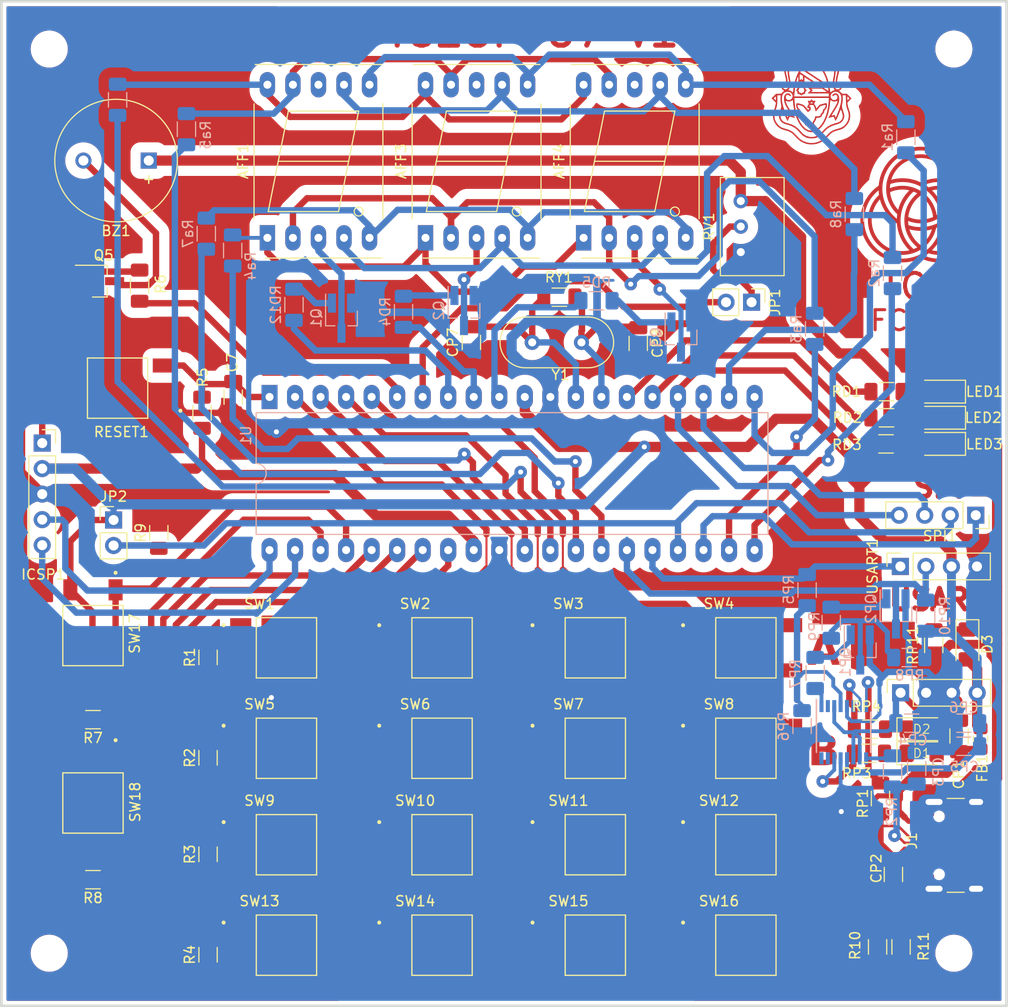
<source format=kicad_pcb>
(kicad_pcb (version 20240108) (generator "pcbnew") (generator_version "8.0")
  (layers (0 "F.Cu" signal) (31 "B.Cu" signal) (34 "B.Paste" user) (35 "F.Paste" user) (36 "B.SilkS" user "B.Silkscreen") (37 "F.SilkS" user "F.Silkscreen") (38 "B.Mask" user) (39 "F.Mask" user) (44 "Edge.Cuts" user))
  (net 0 "")
  (net 1 "MCLR")
  (net 2 "Net-(LED1-A)")
  (net 3 "Net-(U1-RA7{slash}OSC1{slash}CLKIN)")
  (net 4 "Net-(U1-RA6{slash}OSC2{slash}CLKOUT)")
  (net 5 "Net-(BZ1-+)")
  (net 6 "RA4")
  (net 7 "RA5")
  (net 8 "e")
  (net 9 "d")
  (net 10 "GND")
  (net 11 "Net-(CP1-Pad2)")
  (net 12 "SDO")
  (net 13 "RA1")
  (net 14 "RC0")
  (net 15 "Net-(LED2-A)")
  (net 16 "RC1")
  (net 17 "SDI")
  (net 18 "Net-(Q1-C)")
  (net 19 "RD0")
  (net 20 "RD1")
  (net 21 "RD2")
  (net 22 "SCK")
  (net 23 "RA2")
  (net 24 "+3.3V")
  (net 25 "c")
  (net 26 "DP")
  (net 27 "b")
  (net 28 "a")
  (net 29 "+5V")
  (net 30 "Net-(D1-K)")
  (net 31 "RD3")
  (net 32 "RB0")
  (net 33 "RB1")
  (net 34 "RB2")
  (net 35 "f")
  (net 36 "g")
  (net 37 "Net-(LED3-A)")
  (net 38 "RC2")
  (net 40 "Net-(D2-K)")
  (net 41 "Net-(U2-USBDM)")
  (net 42 "Net-(U2-USBDP)")
  (net 44 "Net-(U2-CBUS1)")
  (net 45 "Net-(U2-CBUS2)")
  (net 46 "TXpic")
  (net 47 "RXpic")
  (net 50 "RB3")
  (net 51 "RA0")
  (net 52 "ICSPCLK")
  (net 53 "ICSPDAT")
  (net 54 "RA3")
  (net 55 "Net-(JP1-A)")
  (net 56 "Net-(Q2-C)")
  (net 57 "Net-(Q3-C)")
  (net 58 "Net-(Q1-B)")
  (net 59 "Net-(Q2-B)")
  (net 60 "Net-(Q3-B)")
  (net 61 "RD4")
  (net 62 "RD5")
  (net 63 "RD6")
  (net 64 "RD7")
  (net 65 "RE1")
  (net 66 "RE2")
  (net 67 "RE0")
  (net 68 "RB4")
  (net 69 "RB5")
  (net 70 "Net-(Q5-B)")
  (net 71 "Net-(QP1-B)")
  (net 72 "Net-(QP1-C)")
  (net 73 "Net-(QP2-B)")
  (net 74 "Net-(U2-RXD)")
  (net 75 "Net-(U2-TXD)")
  (net 76 "Net-(D3-K)")
  (net 77 "Net-(CP2-Pad1)")
  (net 78 "Net-(CP3-Pad1)")
  (net 79 "Net-(J1-CC1)")
  (net 80 "Net-(J1-CC2)")
  (footprint "GitHub:SW_TS04-66-43-BK-100-SMT" (layer "F.Cu") (at 89.31 79.6)
    (property "Reference" "SW4")
    (property "Value" "SW_Push")
  )
  (footprint "Crystal:Crystal_HC18-U_Vertical" (layer "F.Cu") (at 68.05 49.2)
    (property "Reference" "Y1")
    (property "Value" "Crystal")
  )
  (footprint "Taller:Logo" (layer "F.Cu") (at 106.7 36)
    (property "Reference" "TCdE FCEFYN" (hide yes))
    (property "Value" "Logo" (hide yes))
  )
  (footprint "Resistor_SMD:R_1206_3216Metric_Pad1.30x1.75mm_HandSolder" (layer "F.Cu") (at 24.35 102.68 180)
    (property "Reference" "R8")
    (property "Value" "10K")
  )
  (footprint "LED_SMD:LED_1206_3216Metric_Pad1.42x1.75mm_HandSolder" (layer "F.Cu") (at 106.8 87.7)
    (property "Reference" "D2")
    (property "Value" "LED")
  )
  (footprint "Capacitor_SMD:C_1206_3216Metric_Pad1.33x1.80mm_HandSolder" (layer "F.Cu") (at 110.52 88.375 -90)
    (property "Reference" "CP1")
    (property "Value" "10nF")
  )
  (footprint "GitHub:SW_TS04-66-43-BK-100-SMT" (layer "F.Cu") (at 59.08 89.6)
    (property "Reference" "SW6")
    (property "Value" "SW_Push")
  )
  (footprint "Resistor_SMD:R_1206_3216Metric_Pad1.30x1.75mm_HandSolder" (layer "F.Cu") (at 102.4128 109.3724 -90)
    (property "Reference" "R10")
    (property "Value" "5.1k")
  )
  (footprint "GitHub:SW_TS04-66-43-BK-100-SMT" (layer "F.Cu") (at 89.31 89.6)
    (property "Reference" "SW8")
    (property "Value" "SW_Push")
  )
  (footprint "GitHub:SW_TS04-66-43-BK-100-SMT" (layer "F.Cu") (at 43.6 89.6)
    (property "Reference" "SW5")
    (property "Value" "SW_Push")
  )
  (footprint "Resistor_SMD:R_1206_3216Metric_Pad1.30x1.75mm_HandSolder" (layer "F.Cu") (at 104.7496 109.3724 -90)
    (property "Reference" "R11")
    (property "Value" "5.1k")
  )
  (footprint "LED_SMD:LED_1206_3216Metric_Pad1.42x1.75mm_HandSolder" (layer "F.Cu") (at 108.7 59.3 180)
    (property "Reference" "LED3")
    (property "Value" "LED")
  )
  (footprint "Resistor_SMD:R_1206_3216Metric_Pad1.30x1.75mm_HandSolder" (layer "F.Cu") (at 70.75 44.7)
    (property "Reference" "RY1")
    (property "Value" "10M")
  )
  (footprint "Resistor_SMD:R_1206_3216Metric_Pad1.30x1.75mm_HandSolder" (layer "F.Cu") (at 103.3 56.7 180)
    (property "Reference" "RD2")
    (property "Value" "220R")
  )
  (footprint "Capacitor_SMD:C_1206_3216Metric_Pad1.33x1.80mm_HandSolder" (layer "F.Cu") (at 78.6 49.3 90)
    (property "Reference" "CP8")
    (property "Value" "47pF")
  )
  (footprint "Display_7Segment:7SegmentLED_LTS6760_LTS6780" (layer "F.Cu") (at 73.165 38.79 90)
    (property "Reference" "AFF4")
    (property "Value" "LTS-6980HR" (hide yes))
  )
  (footprint "Capacitor_SMD:C_1206_3216Metric_Pad1.33x1.80mm_HandSolder" (layer "F.Cu") (at 62 49.2 90)
    (property "Reference" "CP7")
    (property "Value" "47pF")
  )
  (footprint "Connector_PinHeader_2.54mm:PinHeader_1x02_P2.54mm_Vertical" (layer "F.Cu") (at 26.4 66.875)
    (property "Reference" "JP2")
    (property "Value" "Jumper_2_Bridged" (hide yes))
  )
  (footprint "Resistor_SMD:R_1206_3216Metric_Pad1.30x1.75mm_HandSolder" (layer "F.Cu") (at 103.25 59.3 180)
    (property "Reference" "RD3")
    (property "Value" "220R")
  )
  (footprint "GitHub:SW_TS04-66-43-BK-100-SMT" (layer "F.Cu") (at 89.31 109.2)
    (property "Reference" "SW16")
    (property "Value" "SW_Push")
  )
  (footprint "Potentiometer_THT:Potentiometer_Bourns_3299W_Vertical" (layer "F.Cu") (at 88.8 35.13 90)
    (property "Reference" "RV1")
    (property "Value" "R_Potentiometer")
  )
  (footprint "Display_7Segment:7SegmentLED_LTS6760_LTS6780" (layer "F.Cu") (at 41.705 38.79 90)
    (property "Reference" "AFF1")
    (property "Value" "LTS-6980HR" (hide yes))
  )
  (footprint "LED_SMD:LED_1206_3216Metric_Pad1.42x1.75mm_HandSolder" (layer "F.Cu") (at 108.7 54.1 180)
    (property "Reference" "LED1")
    (property "Value" "LED")
  )
  (footprint "Buzzer_Beeper:MagneticBuzzer_ProSignal_ABT-410-RC" (layer "F.Cu") (at 29.9 31.1 180)
    (property "Reference" "BZ1")
    (property "Value" "Buzzer")
  )
  (footprint "Connector_USB:USB_C_Receptacle_GCT_USB4105-xx-A_16P_TopMnt_Horizontal" (layer "F.Cu") (at 111.1356 99.2632 90)
    (property "Reference" "J1")
    (property "Value" "USB_C_Receptacle_USB2.0_14P")
  )
  (footprint "MountingHole:MountingHole_3.2mm_M3" (layer "F.Cu") (at 110 20)
    (property "Reference" "REF2" (hide yes))
    (property "Value" "MountingHole_3.2mm_M3" (hide yes))
  )
  (footprint "GitHub:SW_TS04-66-43-BK-100-SMT" (layer "F.Cu") (at 43.6 79.6)
    (property "Reference" "SW1")
    (property "Value" "SW_Push")
  )
  (footprint "MountingHole:MountingHole_3.2mm_M3" (layer "F.Cu") (at 110 110)
    (property "Reference" "REF4" (hide yes))
    (property "Value" "MountingHole_3.2mm_M3" (hide yes))
  )
  (footprint "Capacitor_SMD:C_1206_3216Metric_Pad1.33x1.80mm_HandSolder" (layer "F.Cu") (at 38.3 54.65 -90)
    (property "Reference" "C7")
    (property "Value" "100nF")
  )
  (footprint "GitHub:SW_TS04-66-43-BK-100-SMT" (layer "F.Cu") (at 24.35 95.046667 -90)
    (property "Reference" "SW18")
    (property "Value" "SW_Push")
  )
  (footprint "Connector_PinSocket_2.54mm:PinSocket_1x04_P2.54mm_Vertical" (layer "F.Cu") (at 112.18 66.4 -90)
    (property "Reference" "SPI1")
    (property "Value" "Conn_01x04" (hide yes))
  )
  (footprint "GitHub:SW_TS04-66-43-BK-100-SMT" (layer "F.Cu") (at 24.35 78.38 -90)
    (property "Reference" "SW17")
    (property "Value" "SW_Push")
  )
  (footprint "LED_SMD:LED_1206_3216Metric_Pad1.42x1.75mm_HandSolder" (layer "F.Cu") (at 108.7 56.7 180)
    (property "Reference" "LED2")
    (property "Value" "LED")
  )
  (footprint "GitHub:SW_TS04-66-43-BK-100-SMT" (layer "F.Cu") (at 59.08 99.2)
    (property "Reference" "SW10")
    (property "Value" "SW_Push")
  )
  (footprint "MountingHole:MountingHole_3.2mm_M3" (layer "F.Cu") (at 20 110)
    (property "Reference" "REF3" (hide yes))
    (property "Value" "MountingHole_3.2mm_M3" (hide yes))
  )
  (footprint "MountingHole:MountingHole_3.2mm_M3" (layer "F.Cu") (at 20 20)
    (property "Reference" "REF1" (hide yes))
    (property "Value" "MountingHole_3.2mm_M3" (hide yes))
  )
  (footprint "Resistor_SMD:R_1206_3216Metric_Pad1.30x1.75mm_HandSolder" (layer "F.Cu") (at 108 79.35 -90)
    (property "Reference" "RP11")
    (property "Value" "220R")
  )
  (footprint "Resistor_SMD:R_1206_3216Metric_Pad1.30x1.75mm_HandSolder" (layer "F.Cu") (at 35.8 110.15 90)
    (property "Reference" "R4")
    (property "Value" "10K")
  )
  (footprint "Resistor_SMD:R_1206_3216Metric_Pad1.30x1.75mm_HandSolder" (layer "F.Cu") (at 101.65 87.7 180)
    (property "Reference" "RP4")
    (property "Value" "220R")
  )
  (footprint "Resistor_SMD:R_1206_3216Metric_Pad1.30x1.75mm_HandSolder" (layer "F.Cu") (at 30.9 68.15 90)
    (property "Reference" "R9")
    (property "Value" "10K")
  )
  (footprint "Resistor_SMD:R_1206_3216Metric_Pad1.30x1.75mm_HandSolder" (layer "F.Cu") (at 35.2 56.2 90)
    (property "Reference" "R5")
    (property "Value" "10K")
  )
  (footprint "GitHub:SW_TS04-66-43-BK-100-SMT" (layer "F.Cu") (at 26.8 53.75 180)
    (property "Reference" "RESET1")
    (property "Value" "SW_Push")
  )
  (footprint "Display_7Segment:7SegmentLED_LTS6760_LTS6780" (layer "F.Cu") (at 57.435 38.79 90)
    (property "Reference" "AFF3")
    (property "Value" "LTS-6980HR" (hide yes))
  )
  (footprint "Resistor_SMD:R_1206_3216Metric_Pad1.30x1.75mm_HandSolder" (layer "F.Cu") (at 101.55 90.1 180)
    (property "Reference" "RP3")
    (property "Value" "220R")
  )
  (footprint "GitHub:SW_TS04-66-43-BK-100-SMT" (layer "F.Cu") (at 59.08 79.6)
    (property "Reference" "SW2")
    (property "Value" "SW_Push")
  )
  (footprint "Resistor_SMD:R_1206_3216Metric_Pad1.30x1.75mm_HandSolder" (layer "F.Cu") (at 35.8 80.55 90)
    (property "Reference" "R1")
    (property "Value" "10K")
  )
  (footprint "GitHub:SW_TS04-66-43-BK-100-SMT" (layer "F.Cu") (at 74.33 99.2)
    (property "Reference" "SW11")
    (property "Value" "SW_Push")
  )
  (footprint "Resistor_SMD:R_1206_3216Metric_Pad1.30x1.75mm_HandSolder" (layer "F.Cu") (at 35.8 100.15 90)
    (property "Reference" "R3")
    (property "Value" "10K")
  )
  (footprint "GitHub:SW_TS04-66-43-BK-100-SMT" (layer "F.Cu") (at 43.6 99.2)
    (property "Reference" "SW9")
    (property "Value" "SW_Push")
  )
  (footprint "Libreria_Propia:unc_logo_8x11mm" (layer "F.Cu") (at 95.85 24)
    (property "Reference" "G***" (hide yes))
    (property "Value" "LOGO" (hide yes))
  )
  (footprint "Inductor_SMD:L_0805_2012Metric_Pad1.15x1.40mm_HandSolder" (layer "F.Cu") (at 112.65 88.65 -90)
    (property "Reference" "FB1")
    (property "Value" "FerriteBead")
  )
  (footprint "Connector_PinHeader_2.54mm:PinHeader_1x02_P2.54mm_Vertical" (layer "F.Cu") (at 89.875 45.2 -90)
    (property "Reference" "JP1")
    (property "Value" "Jumper_2_Bridged" (hide yes))
  )
  (footprint "LED_SMD:LED_1206_3216Metric_Pad1.42x1.75mm_HandSolder" (layer "F.Cu") (at 106.8 90.1)
    (property "Reference" "D1")
    (property "Value" "LED")
  )
  (footprint "GitHub:SW_TS04-66-43-BK-100-SMT" (layer "F.Cu") (at 43.6 109.2)
    (property "Reference" "SW13")
    (property "Value" "SW_Push")
  )
  (footprint "Resistor_SMD:R_1206_3216Metric_Pad1.30x1.75mm_HandSolder" (layer "F.Cu") (at 103.3 54.1 180)
    (property "Reference" "RD1")
    (property "Value" "220R")
  )
  (footprint "Resistor_SMD:R_1206_3216Metric_Pad1.30x1.75mm_HandSolder" (layer "F.Cu") (at 24.35 86.75 180)
    (property "Reference" "R7")
    (property "Value" "10K")
  )
  (footprint "Resistor_SMD:R_1206_3216Metric_Pad1.30x1.75mm_HandSolder" (layer "F.Cu") (at 35.8 90.55 90)
    (property "Reference" "R2")
    (property "Value" "10K")
  )
  (footprint "Taller:Logo" (layer "F.Cu") (at 106.7 36)
    (property "Reference" "TCdE FCEFYN" (hide yes))
    (property "Value" "Logo" (hide yes))
  )
  (footprint "Libreria_Propia:unc_logo_8x11mm" (layer "F.Cu") (at 95.85 24)
    (property "Reference" "G***" (hide yes))
    (property "Value" "LOGO" (hide yes))
  )
  (footprint "Capacitor_SMD:C_1206_3216Metric_Pad1.33x1.80mm_HandSolder" (layer "F.Cu") (at 103.9876 102.1588 -90)
    (property "Reference" "CP2")
    (property "Value" "47pF")
  )
  (footprint "GitHub:SW_TS04-66-43-BK-100-SMT" (layer "F.Cu") (at 74.33 89.6)
    (property "Reference" "SW7")
    (property "Value" "SW_Push")
  )
  (footprint "Resistor_SMD:R_1206_3216Metric_Pad1.30x1.75mm_HandSolder" (layer "F.Cu") (at 28.99 43.55 -90)
    (property "Reference" "R6")
    (property "Value" "4.7k")
  )
  (footprint "Connector_PinSocket_2.54mm:PinSocket_1x04_P2.54mm_Vertical" (layer "F.Cu") (at 104.7 84.075 90)
    (property "Reference" "POWER1" (hide yes))
    (property "Value" "Conn_01x04" (hide yes))
  )
  (footprint "Connector_PinSocket_2.54mm:PinSocket_1x05_P2.54mm_Vertical" (layer "F.Cu") (at 19.3 59.22)
    (property "Reference" "ICSP1")
    (property "Value" "Conn_01x05_Socket" (hide yes))
  )
  (footprint "Huellas:SOT-23_Handsoldering-mod" (layer "F.Cu") (at 25 43.1)
    (property "Reference" "Q5")
    (property "Value" "2N3904")
  )
  (footprint "GitHub:SW_TS04-66-43-BK-100-SMT" (layer "F.Cu") (at 74.33 79.6)
    (property "Reference" "SW3")
    (property "Value" "SW_Push")
  )
  (footprint "GitHub:SW_TS04-66-43-BK-100-SMT" (layer "F.Cu") (at 59.08 109.2)
    (property "Reference" "SW14")
    (property "Value" "SW_Push")
  )
  (footprint "Connector_PinSocket_2.54mm:PinSocket_1x04_P2.54mm_Vertical" (layer "F.Cu") (at 104.68 71.5 90)
    (property "Reference" "USART1")
    (property "Value" "Conn_01x04" (hide yes))
  )
  (footprint "GitHub:SW_TS04-66-43-BK-100-SMT" (layer "F.Cu") (at 89.31 99.2)
    (property "Reference" "SW12")
    (property "Value" "SW_Push")
  )
  (footprint "Resistor_SMD:R_1206_3216Metric_Pad1.30x1.75mm_HandSolder" (layer "F.Cu") (at 102.7 94.6 -90)
    (property "Reference" "RP1")
    (property "Value" "27R")
  )
  (footprint "LED_SMD:LED_1206_3216Metric_Pad1.42x1.75mm_HandSolder" (layer "F.Cu") (at 111.35 79.2625 -90)
    (property "Reference" "D3")
    (property "Value" "LED")
  )
  (footprint "GitHub:SW_TS04-66-43-BK-100-SMT" (layer "F.Cu") (at 74.33 109.2)
    (property "Reference" "SW15")
    (property "Value" "SW_Push")
  )
  (footprint "Huellas:SOT-23_Handsoldering-mod" (layer "B.Cu") (at 49.0728 46.7868 -90)
    (property "Reference" "Q1")
    (property "Value" "2N3904")
  )
  (footprint "Resistor_SMD:R_1206_3216Metric_Pad1.30x1.75mm_HandSolder" (layer "B.Cu") (at 107.2 76.4 90)
    (property "Reference" "RP10")
    (property "Value" "10K")
  )
  (footprint "Resistor_SMD:R_1206_3216Metric_Pad1.30x1.75mm_HandSolder" (layer "B.Cu") (at 100.1 36.425 -90)
    (property "Reference" "Ra8")
    (property "Value" "220R")
  )
  (footprint "Resistor_SMD:R_1206_3216Metric_Pad1.30x1.75mm_HandSolder" (layer "B.Cu") (at 26.8 25.05 -90)
    (property "Reference" "Ra6")
    (property "Value" "220R")
  )
  (footprint "Huellas:SOT-23_Handsoldering-mod" (layer "B.Cu") (at 61.2648 46.0248 -90)
    (property "Reference" "Q2")
    (property "Value" "2N3904")
  )
  (footprint "Huellas:SOT-23_Handsoldering-mod" (layer "B.Cu") (at 100.6856 79.8068 -90)
    (property "Reference" "QP1")
    (property "Value" "2N3904")
  )
  (footprint "Resistor_SMD:R_1206_3216Metric_Pad1.30x1.75mm_HandSolder" (layer "B.Cu") (at 33.65 27.975 -90)
    (property "Reference" "Ra5")
    (property "Value" "220R")
  )
  (footprint "Huellas:SOT-23_Handsoldering-mod" (layer "B.Cu") (at 104.2416 76.224 -90)
    (property "Reference" "QP2")
    (property "Value" "2N3904")
  )
  (footprint "Resistor_SMD:R_1206_3216Metric_Pad1.30x1.75mm_HandSolder" (layer "B.Cu") (at 94.9 87.4 -90)
    (property "Reference" "RP6")
    (property "Value" "3K3")
  )
  (footprint "Huellas:SOT-23_Handsoldering-mod" (layer "B.Cu") (at 82.8548 48.6664 -90)
    (property "Reference" "Q3")
    (property "Value" "2N3904")
  )
  (footprint "Resistor_SMD:R_1206_3216Metric_Pad1.30x1.75mm_HandSolder" (layer "B.Cu") (at 105.5624 80.5688 180)
    (property "Reference" "RP8")
    (property "Value" "10K")
  )
  (footprint "Resistor_SMD:R_1206_3216Metric_Pad1.30x1.75mm_HandSolder" (layer "B.Cu") (at 105.225 28.775 -90)
    (property "Reference" "Ra1")
    (property "Value" "220R")
  )
  (footprint "Capacitor_SMD:C_1206_3216Metric_Pad1.33x1.80mm_HandSolder" (layer "B.Cu") (at 106.3 91.6 90)
    (property "Reference" "CP3")
    (property "Value" "47pF")
  )
  (footprint "Capacitor_SMD:C_1206_3216Metric_Pad1.33x1.80mm_HandSolder" (layer "B.Cu") (at 111 87.1)
    (property "Reference" "CP6")
    (property "Value" "100nF")
  )
  (footprint "Capacitor_SMD:C_1206_3216Metric_Pad1.33x1.80mm_HandSolder" (layer "B.Cu") (at 111 89.4)
    (property "Reference" "CP5")
    (property "Value" "4,7uF")
  )
  (footprint "Capacitor_SMD:C_1206_3216Metric_Pad1.33x1.80mm_HandSolder" (layer "B.Cu") (at 105.8 87.1 180)
    (property "Reference" "CP4")
    (property "Value" "100nF")
  )
  (footprint "Package_DIP:DIP-40_W15.24mm_LongPads" (layer "B.Cu") (at 41.915 54.63 -90)
    (property "Reference" "U1")
    (property "Value" "PIC16F887-IP")
  )
  (footprint "Resistor_SMD:R_1206_3216Metric_Pad1.30x1.75mm_HandSolder" (layer "B.Cu") (at 103.9 42.3 -90)
    (property "Reference" "Ra2")
    (property "Value" "220R")
  )
  (footprint "Resistor_SMD:R_1206_3216Metric_Pad1.30x1.75mm_HandSolder" (layer "B.Cu") (at 97.8 77.1 -90)
    (property "Reference" "RP9")
    (property "Value" "1K")
  )
  (footprint "Resistor_SMD:R_1206_3216Metric_Pad1.30x1.75mm_HandSolder" (layer "B.Cu") (at 96.2 82.1 -90)
    (property "Reference" "RP7")
    (property "Value" "4K7")
  )
  (footprint "Resistor_SMD:R_1206_3216Metric_Pad1.30x1.75mm_HandSolder" (layer "B.Cu") (at 55.25 46.15 -90)
    (property "Reference" "RD4")
    (property "Value" "4.7k")
  )
  (footprint "Resistor_SMD:R_1206_3216Metric_Pad1.30x1.75mm_HandSolder" (layer "B.Cu") (at 74.45 45.05 180)
    (property "Reference" "RD5")
    (property "Value" "4.7k")
  )
  (footprint "Resistor_SMD:R_1206_3216Metric_Pad1.30x1.75mm_HandSolder" (layer "B.Cu") (at 44.35 45.45 -90)
    (property "Reference" "RD12")
    (property "Value" "4.7k")
  )
  (footprint "Resistor_SMD:R_1206_3216Metric_Pad1.30x1.75mm_HandSolder" (layer "B.Cu") (at 95.4 73.85 -90)
    (property "Reference" "RP5")
    (property "Value" "2K2")
  )
  (footprint "Resistor_SMD:R_1206_3216Metric_Pad1.30x1.75mm_HandSolder" (layer "B.Cu") (at 38.25 40.05 -90)
    (property "Reference" "Ra4")
    (property "Value" "220R")
  )
  (footprint "Package_SO:SSOP-16_3.9x4.9mm_P0.635mm" (layer "B.Cu") (at 99.0525 88 -90)
    (property "Reference" "U2" (hide yes))
    (property "Value" "FT230XS")
  )
  (footprint "Resistor_SMD:R_1206_3216Metric_Pad1.30x1.75mm_HandSolder" (layer "B.Cu") (at 103.9 91.9 -90)
    (property "Reference" "RP2")
    (property "Value" "27R")
  )
  (footprint "Resistor_SMD:R_1206_3216Metric_Pad1.30x1.75mm_HandSolder" (layer "B.Cu") (at 96.15 47.85 -90)
    (property "Reference" "Ra3")
    (property "Value" "220R")
  )
  (footprint "Resistor_SMD:R_1206_3216Metric_Pad1.30x1.75mm_HandSolder" (layer "B.Cu") (at 35.625 38.375 -90)
    (property "Reference" "Ra7")
    (property "Value" "220R")
  )
  (gr_rect (start 15.24 15.24) (end 115.24 115.24) (stroke (width 0.25)) (fill none) (layer "Edge.Cuts"))
  (gr_text "USART" (at 103.3 76 0) (layer "F.Cu") (effects (font (size 2.032 2.032) (thickness 0.508) (bold yes)) (justify left bottom)))
  (gr_text "0" (at 65.15 111.15 0) (layer "F.Cu") (effects (font (size 4 4) (thickness 0.5)) (justify left bottom)))
  (gr_text "7" (at 49.95 101.3 0) (layer "F.Cu") (effects (font (size 4 4) (thickness 0.5)) (justify left bottom)))
  (gr_text "»" (at 17.5 91.5 -90) (layer "F.Cu") (effects (font (size 4 7) (thickness 0.5) (bold yes)) (justify left bottom)))
  (gr_text "8" (at 65.15 101.15 0) (layer "F.Cu") (effects (font (size 4 4) (thickness 0.5)) (justify left bottom)))
  (gr_text "1" (at 49.95 81.8 0) (layer "F.Cu") (effects (font (size 4 4) (thickness 0.5)) (justify left bottom)))
  (gr_text "5" (at 65.15 91.65 0) (layer "F.Cu") (effects (font (size 4 4) (thickness 0.5)) (justify left bottom)))
  (gr_text "EV PIC16F887 v1.1" (at 43 20 0) (layer "F.Cu") (effects (font (size 3 3) (thickness 0.508) (bold yes)) (justify left bottom)))
  (gr_text "D" (at 95.45 111.3 0) (layer "F.Cu") (effects (font (size 3 3) (thickness 0.4375) (bold yes)) (justify left bottom)))
  (gr_text "A" (at 95.45 81.8 0) (layer "F.Cu") (effects (font (size 3 3) (thickness 0.875) (bold yes)) (justify left bottom)))
  (gr_text "4" (at 49.95 91.8 0) (layer "F.Cu") (effects (font (size 4 4) (thickness 0.5)) (justify left bottom)))
  (gr_text "6" (at 80.3 91.8 0) (layer "F.Cu") (effects (font (size 4 4) (thickness 0.5)) (justify left bottom)))
  (gr_text "SPI" (at 105.7 64.8 0) (layer "F.Cu") (effects (font (size 2.032 2.032) (thickness 0.508) (bold yes)) (justify left bottom)))
  (gr_text "B" (at 95.45 91.8 0) (layer "F.Cu") (effects (font (size 3 3) (thickness 0.875) (bold yes)) (justify left bottom)))
  (gr_text "3" (at 80.3 81.65 0) (layer "F.Cu") (effects (font (size 4 4) (thickness 0.5)) (justify left bottom)))
  (gr_text "C" (at 95.45 101.3 0) (layer "F.Cu") (effects (font (size 3 3) (thickness 0.875) (bold yes)) (justify left bottom)))
  (gr_text "E\nN\nT" (at 50.4 113.25 0) (layer "F.Cu") (effects (font (size 2 1.8) (thickness 0.36) (bold yes)) (justify left bottom)))
  (gr_text "2" (at 65.15 81.65 0) (layer "F.Cu") (effects (font (size 4 4) (thickness 0.5)) (justify left bottom)))
  (gr_text "9" (at 80.35 101.45 0) (layer "F.Cu") (effects (font (size 4 4) (thickness 0.5)) (justify left bottom)))
  (gr_text "»" (at 21.5 82 90) (layer "F.Cu") (effects (font (size 4 7) (thickness 0.5) (bold yes)) (justify left bottom)))
  (gr_text "E\nS\nC" (at 80.85 113.35 0) (layer "F.Cu") (effects (font (size 2 1.75) (thickness 0.36) (bold yes)) (justify left bottom)))
  (segment (start 33.35 51.5) (end 31.35 51.5) (width 0.635) (layer "F.Cu") (net 1))
  (segment (start 22.25 51.5) (end 21.1 51.5) (width 0.635) (layer "F.Cu") (net 1))
  (segment (start 38.3 53.0875) (end 38.0375 53.35) (width 0.635) (layer "F.Cu") (net 1))
  (segment (start 39.8425 54.63) (end 38.3 53.0875) (width 0.635) (layer "F.Cu") (net 1))
  (segment (start 21.1 51.5) (end 19.3 53.3) (width 0.635) (layer "F.Cu") (net 1))
  (segment (start 19.3 53.3) (end 19.3 59.22) (width 0.635) (layer "F.Cu") (net 1))
  (segment (start 35.2 54.65) (end 35.2 53.35) (width 0.635) (layer "F.Cu") (net 1))
  (segment (start 38.0375 53.35) (end 35.2 53.35) (width 0.635) (layer "F.Cu") (net 1))
  (segment (start 41.915 54.63) (end 39.8425 54.63) (width 0.635) (layer "F.Cu") (net 1))
  (segment (start 35.2 53.35) (end 33.35 51.5) (width 0.635) (layer "F.Cu") (net 1))
  (segment (start 104.85 54.1) (end 107.2125 54.1) (width 0.635) (layer "F.Cu") (net 2))
  (segment (start 68.05 45.85) (end 68.05 48.3) (width 0.635) (layer "F.Cu") (net 3))
  (segment (start 69.2 44.7) (end 68.05 45.85) (width 0.635) (layer "F.Cu") (net 3))
  (segment (start 66.4875 47.6375) (end 68.05 49.2) (width 0.635) (layer "F.Cu") (net 3))
  (segment (start 68.05 48.3) (end 68.05 49.2) (width 0.635) (layer "F.Cu") (net 3))
  (segment (start 62 47.6375) (end 66.4875 47.6375) (width 0.635) (layer "F.Cu") (net 3))
  (segment (start 72.395 51.405) (end 72.395 54.63) (width 0.635) (layer "B.Cu") (net 3))
  (segment (start 72.4 51.4) (end 72.395 51.405) (width 0.635) (layer "B.Cu") (net 3))
  (segment (start 70.2 49.2) (end 72.4 51.4) (width 0.635) (layer "B.Cu") (net 3))
  (segment (start 68.05 49.2) (end 70.2 49.2) (width 0.635) (layer "B.Cu") (net 3))
  (segment (start 79 47.6375) (end 74.5125 47.6375) (width 0.635) (layer "F.Cu") (net 4))
  (segment (start 73 45.4) (end 73 48) (width 0.635) (layer "F.Cu") (net 4))
  (segment (start 72.95 48.05) (end 72.95 49.2) (width 0.635) (layer "F.Cu") (net 4))
  (segment (start 73 48) (end 72.95 48.05) (width 0.635) (layer "F.Cu") (net 4))
  (segment (start 72.3 44.7) (end 73 45.4) (width 0.635) (layer "F.Cu") (net 4))
  (segment (start 74.5125 47.6375) (end 72.95 49.2) (width 0.635) (layer "F.Cu") (net 4))
  (segment (start 74.935 51.165) (end 74.935 54.63) (width 0.635) (layer "B.Cu") (net 4))
  (segment (start 75 54.565) (end 74.935 54.63) (width 0.635) (layer "B.Cu") (net 4))
  (segment (start 72.95 49.2) (end 74.85 51.1) (width 0.635) (layer "B.Cu") (net 4))
  (segment (start 26.5 43.1) (end 26.89 43.49) (width 0.635) (layer "F.Cu") (net 5))
  (segment (start 30.62 42.74) (end 30.62 38.32) (width 0.635) (layer "F.Cu") (net 5))
  (segment (start 30.62 38.32) (end 23.4 31.1) (width 0.635) (layer "F.Cu") (net 5))
  (segment (start 29.87 43.49) (end 30.62 42.74) (width 0.635) (layer "F.Cu") (net 5))
  (segment (start 26.89 43.49) (end 29.87 43.49) (width 0.635) (layer "F.Cu") (net 5))
  (segment (start 29.19 45.3) (end 28.99 45.1) (width 0.635) (layer "F.Cu") (net 6))
  (segment (start 34.45 45.3) (end 29.19 45.3) (width 0.635) (layer "F.Cu") (net 6))
  (segment (start 53 52.2) (end 41.35 52.2) (width 0.635) (layer "F.Cu") (net 6))
  (segment (start 41.35 52.2) (end 34.45 45.3) (width 0.635) (layer "F.Cu") (net 6))
  (segment (start 54.615 53.815) (end 53 52.2) (width 0.635) (layer "F.Cu") (net 6))
  (segment (start 54.615 54.63) (end 54.615 53.815) (width 0.635) (layer "F.Cu") (net 6))
  (segment (start 61.075 45.775) (end 61.1 45.8) (width 0.635) (layer "F.Cu") (net 7))
  (segment (start 74.6 43.105) (end 77.145 45.65) (width 0.635) (layer "F.Cu") (net 7))
  (segment (start 57 55) (end 57 54.785) (width 0.254) (layer "F.Cu") (net 7))
  (segment (start 57.155 54.63) (end 57.155 49.695) (width 0.635) (layer "F.Cu") (net 7))
  (segment (start 68.095 43.105) (end 74.6 43.105) (width 0.635) (layer "F.Cu") (net 7))
  (segment (start 61.1 45.8) (end 65.4 45.8) (width 0.635) (layer "F.Cu") (net 7))
  (segment (start 83.45 45.65) (end 83.9 45.2) (width 0.635) (layer "F.Cu") (net 7))
  (segment (start 57.155 49.695) (end 61.075 45.775) (width 0.635) (layer "F.Cu") (net 7))
  (segment (start 65.4 45.8) (end 68.095 43.105) (width 0.635) (layer "F.Cu") (net 7))
  (segment (start 57 54.785) (end 57.155 54.63) (width 0.254) (layer "F.Cu") (net 7))
  (segment (start 77.145 45.65) (end 83.45 45.65) (width 0.635) (layer "F.Cu") (net 7))
  (segment (start 83.9 45.2) (end 87.335 45.2) (width 0.635) (layer "F.Cu") (net 7))
  (segment (start 55.3 41.65) (end 57.435 39.515) (width 0.635) (layer "F.Cu") (net 8))
  (segment (start 57.435 39.515) (end 57.435 38.79) (width 0.635) (layer "F.Cu") (net 8))
  (segment (start 41.705 38.79) (end 41.705 40.255) (width 0.635) (layer "F.Cu") (net 8))
  (segment (start 64.7 44.15) (end 67.2 41.65) (width 0.635) (layer "F.Cu") (net 8))
  (segment (start 60.2028 44.15) (end 64.7 44.15) (width 0.635) (layer "F.Cu") (net 8))
  (segment (start 70.305 41.65) (end 73.165 38.79) (width 0.635) (layer "F.Cu") (net 8))
  (segment (start 67.2 41.65) (end 70.305 41.65) (width 0.635) (layer "F.Cu") (net 8))
  (segment (start 57.435 41.3822) (end 60.2028 44.15) (width 0.635) (layer "F.Cu") (net 8))
  (segment (start 57.435 38.79) (end 57.435 41.3822) (width 0.635) (layer "F.Cu") (net 8))
  (segment (start 41.705 40.255) (end 43.1 41.65) (width 0.635) (layer "F.Cu") (net 8))
  (segment (start 43.1 41.65) (end 55.3 41.65) (width 0.635) (layer "F.Cu") (net 8))
  (segment (start 38.25 38.5) (end 38.54 38.79) (width 0.381) (layer "B.Cu") (net 8))
  (segment (start 38.54 38.79) (end 41.705 38.79) (width 0.381) (layer "B.Cu") (net 8))
  (segment (start 59.975 36.725) (end 59.975 38.79) (width 0.635) (layer "F.Cu") (net 9))
  (segment (start 74.2 35.25) (end 75.705 36.755) (width 0.635) (layer "F.Cu") (net 9))
  (segment (start 59.975 36.875) (end 61.6 35.25) (width 0.635) (layer "F.Cu") (net 9))
  (segment (start 45.65 34.85) (end 58.1 34.85) (width 0.635) (layer "F.Cu") (net 9))
  (segment (start 58.1 34.85) (end 59.975 36.725) (width 0.635) (layer "F.Cu") (net 9))
  (segment (start 44.245 38.79) (end 44.245 36.255) (width 0.635) (layer "F.Cu") (net 9))
  (segment (start 44.245 36.255) (end 45.65 34.85) (width 0.635) (layer "F.Cu") (net 9))
  (segment (start 75.705 36.755) (end 75.705 38.79) (width 0.635) (layer "F.Cu") (net 9))
  (segment (start 77.85 43.4) (end 75.705 41.255) (width 0.635) (layer "F.Cu") (net 9))
  (segment (start 61.6 35.25) (end 74.2 35.25) (width 0.635) (layer "F.Cu") (net 9))
  (segment (start 59.975 38.79) (end 59.975 36.875) (width 0.635) (layer "F.Cu") (net 9))
  (segment (start 75.705 41.255) (end 75.705 38.79) (width 0.635) (layer "F.Cu") (net 9))
  (via (at 77.85 43.4) (size 1.25) (drill 0.5) (layers "F.Cu" "B.Cu") (net 9))
  (segment (start 77.85 43.4) (end 78.65 42.6) (width 0.635) (layer "B.Cu") (net 9))
  (segment (start 96.15 38.65) (end 96.15 46.3) (width 0.635) (layer "B.Cu") (net 9))
  (segment (start 78.65 42.6) (end 84.6 42.6) (width 0.635) (layer "B.Cu") (net 9))
  (segment (start 90.65 33.15) (end 96.15 38.65) (width 0.635) (layer "B.Cu") (net 9))
  (segment (start 87.65 33.15) (end 90.65 33.15) (width 0.635) (layer "B.Cu") (net 9))
  (segment (start 86.7 40.5) (end 86.7 34.1) (width 0.635) (layer "B.Cu") (net 9))
  (segment (start 86.7 34.1) (end 87.65 33.15) (width 0.635) (layer "B.Cu") (net 9))
  (segment (start 84.6 42.6) (end 86.7 40.5) (width 0.635) (layer "B.Cu") (net 9))
  (segment (start 41.35 79.6) (end 36.4 79.6) (width 1.016) (layer "F.Cu") (net 10))
  (segment (start 91.25 47.35) (end 92.75 45.85) (width 0.635) (layer "F.Cu") (net 10))
  (segment (start 22.25 56) (end 26.7 56) (width 1.016) (layer "F.Cu") (net 10))
  (segment (start 23.5 46.1) (end 23.5 44.05) (width 1.016) (layer "F.Cu") (net 10))
  (segment (start 41.95 99.05) (end 42.1 98.9) (width 1.016) (layer "F.Cu") (net 10))
  (segment (start 112.2106 94.9432) (end 108.0306 94.9432) (width 0.381) (layer "F.Cu") (net 10))
  (segment (start 22.8 102.68) (end 22.8 104.8) (width 0.635) (layer "F.Cu") (net 10))
  (segment (start 42.1 112.85) (end 41.25 113.7) (width 1.016) (layer "F.Cu") (net 10))
  (segment (start 113.4 93.5) (end 114.3 92.6) (width 1.016) (layer "F.Cu") (net 10))
  (segment (start 40.050497 58.100497) (end 38.3 56.35) (width 1.016) (layer "F.Cu") (net 10))
  (segment (start 106.1724 102.4632) (end 105.8164 102.8192) (width 0.381) (layer "F.Cu") (net 10))
  (segment (start 114.3 92.6) (end 114.3 82.9) (width 1.016) (layer "F.Cu") (net 10))
  (segment (start 110.52 84.815) (end 109.78 84.075) (width 0.635) (layer "F.Cu") (net 10))
  (segment (start 103.9876 103.7213) (end 104.9143 103.7213) (width 0.635) (layer "F.Cu") (net 10))
  (segment (start 26.7 49.3) (end 24.5 47.1) (width 1.016) (layer "F.Cu") (net 10))
  (segment (start 99.301089 96.401089) (end 98.8 95.9) (width 1.016) (layer "F.Cu") (net 10))
  (segment (start 108.0306 103.5832) (end 108.0306 103.0382) (width 0.381) (layer "F.Cu") (net 10))
  (segment (start 22.9 104.9) (end 20.3 104.9) (width 1.016) (layer "F.Cu") (net 10))
  (segment (start 109.65 79.25) (end 114.3 79.25) (width 0.889) (layer "F.Cu") (net 10))
  (segment (start 35.8 89) (end 36.3 89.5) (width 1.016) (layer "F.Cu") (net 10))
  (segment (start 108.0306 103.0382) (end 107.4556 102.4632) (width 0.381) (layer "F.Cu") (net 10))
  (segment (start 107.4556 102.4632) (end 106.1724 102.4632) (width 0.381) (layer "F.Cu") (net 10))
  (segment (start 69.855 52.955) (end 69.855 54.63) (width 0.635) (layer "F.Cu") (net 10))
  (segment (start 104.9143 103.7213) (end 105.8164 102.8192) (width 0.635) (layer "F.Cu") (net 10))
  (segment (start 79 50.7625) (end 77.9625 51.8) (width 0.635) (layer "F.Cu") (net 10))
  (segment (start 22.8 104.8) (end 22.9 104.9) (width 0.635) (layer "F.Cu") (net 10))
  (segment (start 107.24 84.075) (end 108.65 84.075) (width 0.635) (layer "F.Cu") (net 10))
  (segment (start 35.8 108.6) (end 41.9 108.6) (width 0.635) (layer "F.Cu") (net 10))
  (segment (start 31.35 56) (end 33.35 56) (width 0.635) (layer "F.Cu") (net 10))
  (segment (start 114.3 73.5) (end 114.3 59.5) (width 1.016) (layer "F.Cu") (net 10))
  (segment (start 114.3 82.9) (end 114.3 79.25) (width 1.016) (layer "F.Cu") (net 10))
  (segment (start 20.3 104.9) (end 17.3 101.9) (width 1.016) (layer "F.Cu") (net 10))
  (segment (start 19.2 47.1) (end 24.5 47.1) (width 1.016) (layer "F.Cu") (net 10))
  (segment (start 78.8875 50.8625) (end 82.4 47.35) (width 0.635) (layer "F.Cu") (net 10))
  (segment (start 42.1 98.9) (end 42.1 108.8) (width 1.016) (layer "F.Cu") (net 10))
  (segment (start 28.6 64.3) (end 19.3 64.3) (width 1.016) (layer "F.Cu") (net 10))
  (segment (start 114.3 73.5) (end 112.3 71.5) (width 0.889) (layer "F.Cu") (net 10))
  (segment (start 38.3 56.35) (end 38.3 56.2125) (width 1.016) (layer "F.Cu") (net 10))
  (segment (start 42.1 88.9) (end 42.1 98.9) (width 1.016) (layer "F.Cu") (net 10))
  (segment (start 19.3 64.3) (end 17.1 62.1) (width 1.016) (layer "F.Cu") (net 10))
  (segment (start 108 83.425) (end 108.65 84.075) (width 0.635) (layer "F.Cu") (net 10))
  (segment (start 41.9 108.6) (end 42.1 108.8) (width 0.635) (layer "F.Cu") (net 10))
  (segment (start 63.0375 51.8) (end 68.7 51.8) (width 0.635) (layer "F.Cu") (net 10))
  (segment (start 114.3 79.25) (end 114.3 78.2) (width 1.016) (layer "F.Cu") (net 10))
  (segment (start 41.25 113.7) (end 34.3 113.7) (width 1.016) (layer "F.Cu") (net 10))
  (segment (start 26.7 56) (end 31.35 56) (width 1.016) (layer "F.Cu") (net 10))
  (segment (start 17.95 64.3) (end 19.3 64.3) (width 1.016) (layer "F.Cu") (net 10))
  (segment (start 106.2 94.1) (end 106.8 93.5) (width 0.635) (layer "F.Cu") (net 10))
  (segment (start 82.4 47.35) (end 91.25 47.35) (width 0.635) (layer "F.Cu") (net 10))
  (segment (start 17.3 86.7) (end 17.3 64.95) (width 1.016) (layer "F.Cu") (net 10))
  (segment (start 68.7 51.8) (end 69.855 52.955) (width 0.635) (layer "F.Cu") (net 10))
  (segment (start 111.5 56.7) (end 110.1875 56.7) (width 1.016) (layer "F.Cu") (net 10))
  (segment (start 62 50.7625) (end 63.0375 51.8) (width 0.635) (layer "F.Cu") (net 10))
  (segment (start 36.3 89.5) (end 41.5 89.5) (width 1.016) (layer "F.Cu") (net 10))
  (segment (start 107.4556 96.0632) (end 106.6632 96.0632) (width 0.508) (layer "F.Cu") (net 10))
  (segment (start 92.75 45.85) (end 92.75 44.16) (width 0.635) (layer "F.Cu") (net 10))
  (segment (start 25.5 104.9) (end 22.9 104.9) (width 1.016) (layer "F.Cu") (net 10))
  (segment (start 101.887231 103.7213) (end 99.301089 101.135158) (width 1.016) (layer "F.Cu") (net 10))
  (segment (start 34.3 113.7) (end 25.5 104.9) (width 1.016) (layer "F.Cu") (net 10))
  (segment (start 106.8 93.5) (end 110.4 93.5) (width 0.635) (layer "F.Cu") (net 10))
  (segment (start 41.5 89.5) (end 42.1 88.9) (width 1.016) (layer "F.Cu") (net 10))
  (segment (start 42.1 84.55) (end 42.1 88.9) (width 1.016) (layer "F.Cu") (net 10))
  (segment (start 103.9876 103.7213) (end 101.887231 103.7213) (width 1.016) (layer "F.Cu") (net 10))
  (segment (start 106.2 95.6) (end 106.2 94.1) (width 0.635) (layer "F.Cu") (net 10))
  (segment (start 104.7496 110.9224) (end 102.4128 110.9224) (width 0.254) (layer "F.Cu") (net 10))
  (segment (start 17.1 49.2) (end 19.2 47.1) (width 1.016) (layer "F.Cu") (net 10))
  (segment (start 108 80.9) (end 109.65 79.25) (width 0.889) (layer "F.Cu") (net 10))
  (segment (start 24.5 47.1) (end 23.5 46.1) (width 1.016) (layer "F.Cu") (net 10))
  (segment (start 17.35 86.75) (end 17.3 86.7) (width 0.635) (layer "F.Cu") (net 10))
  (segment (start 30.9 66.6) (end 28.6 64.3) (width 1.016) (layer "F.Cu") (net 10))
  (segment (start 77.9625 51.8) (end 71.01 51.8) (width 0.635) (layer "F.Cu") (net 10))
  (segment (start 114.3 59.5) (end 111.5 56.7) (width 1.016) (layer "F.Cu") (net 10))
  (segment (start 99.301089 101.135158) (end 99.301089 96.401089) (width 1.016) (layer "F.Cu") (net 10))
  (segment (start 33.5625 56.2125) (end 38.3 56.2125) (width 0.635) (layer "F.Cu") (net 10))
  (segment (start 108.0306 94.9432) (end 108.0306 95.4882) (width 0.381) (layer "F.Cu") (net 10))
  (segment (start 17.3 101.9) (end 17.3 86.7) (width 1.016) (layer "F.Cu") (net 10))
  (segment (start 42.1 108.8) (end 42.1 112.85) (width 1.016) (layer "F.Cu") (net 10))
  (segment (start 106.6632 96.0632) (end 106.2 95.6) (width 0.508) (layer "F.Cu") (net 10))
  (segment (start 110.52 86.8125) (end 110.52 84.815) (width 0.635) (layer "F.Cu") (net 10))
  (segment (start 35.8 98.6) (end 36.25 99.05) (width 1.016) (layer "F.Cu") (net 10))
  (segment (start 78.6 50.8625) (end 78.8875 50.8625) (width 0.635) (layer "F.Cu") (net 10))
  (segment (start 26.7 56) (end 26.7 49.3) (width 1.016) (layer "F.Cu") (net 10))
  (segment (start 108.0306 95.4882) (end 107.4556 96.0632) (width 0.381) (layer "F.Cu") (net 10))
  (segment (start 110.4 93.5) (end 113.4 93.5) (width 1.016) (layer "F.Cu") (net 10))
  (segment (start 110.1875 59.3) (end 110.1875 54.1) (width 0.635) (layer "F.Cu") (net 10))
  (segment (start 17.1 62.1) (end 17.1 49.2) (width 1.016) (layer "F.Cu") (net 10))
  (segment (start 108.65 84.075) (end 109.78 84.075) (width 0.635) (layer "F.Cu") (net 10))
  (segment (start 33.35 56) (end 33.5625 56.2125) (width 0.635) (layer "F.Cu") (net 10))
  (segment (start 22.8 86.75) (end 17.35 86.75) (width 0.635) (layer "F.Cu") (net 10))
  (segment (start 36.4 79.6) (end 35.8 79) (width 1.016) (layer "F.Cu") (net 10))
  (segment (start 42.1 84.55) (end 42.1 80.35) (width 1.016) (layer "F.Cu") (net 10))
  (segment (start 42.1 80.35) (end 41.35 79.6) (width 1.016) (layer "F.Cu") (net 10))
  (segment (start 92.75 44.16) (end 88.8 40.21) (width 0.635) (layer "F.Cu") (net 10))
  (segment (start 17.3 64.95) (end 17.95 64.3) (width 1.016) (layer "F.Cu") (net 10))
  (segment (start 108 80.9) (end 108 83.425) (width 0.635) (layer "F.Cu") (net 10))
  (segment (start 36.25 99.05) (end 41.95 99.05) (width 1.016) (layer "F.Cu") (net 10))
  (segment (start 114.3 78.2) (end 114.3 73.5) (width 1.016) (layer "F.Cu") (net 10))
  (segment (start 71.01 51.8) (end 69.855 52.955) (width 0.635) (layer "F.Cu") (net 10))
  (segment (start 42.6 58.100497) (end 40.050497 58.100497) (width 1.016) (layer "F.Cu") (net 10))
  (via (at 42.1 84.55) (size 1.25) (drill 0.5) (layers "F.Cu" "B.Cu") (net 10))
  (via (at 98.8 95.9) (size 1.25) (drill 0.5) (layers "F.Cu" "B.Cu") (net 10))
  (via (at 42.6 58.100497) (size 1.25) (drill 0.5) (layers "F.Cu" "B.Cu") (net 10))
  (segment (start 94.9 88.95) (end 93.45 88.95) (width 1.016) (layer "B.Cu") (net 10))
  (segment (start 107.24 84.075) (end 108.5 84.075) (width 0.635) (layer "B.Cu") (net 10))
  (segment (start 106.3 88.1625) (end 107.3625 87.1) (width 0.635) (layer "B.Cu") (net 10))
  (segment (start 63.1 48.7) (end 63.1 45.41) (width 0.762) (layer "B.Cu") (net 10))
  (segment (start 60.85 49.7) (end 57.35 46.2) (width 0.762) (layer "B.Cu") (net 10))
  (segment (start 109.4375 87.1) (end 109.4375 84.4175) (width 0.635) (layer "B.Cu") (net 10))
  (segment (start 84.1756 44.7548) (end 84.5252 44.7548) (width 1.016) (layer "B.Cu") (net 10))
  (segment (start 83.8168 45.1136) (end 83.8168 47.1664) (width 1.016) (layer "B.Cu") (net 10))
  (segment (start 63.1 47.2) (end 63.1 48.7) (width 0.762) (layer "B.Cu") (net 10))
  (segment (start 74.5 43.25) (end 74 42.75) (width 0.762) (layer "B.Cu") (net 10))
  (segment (start 105.5 78.7) (end 105.5 82) (width 0.635) (layer "B.Cu") (net 10))
  (segment (start 68.35 57.25) (end 43.442 57.25) (width 1.016) (layer "B.Cu") (net 10))
  (segment (start 67.7 47) (end 66 48.7) (width 1.016) (layer "B.Cu") (net 10))
  (segment (start 81.2 76.7) (end 69.3 76.7) (width 1.016) (layer "B.Cu") (net 10))
  (segment (start 67.6 51.85) (end 69.15 51.85) (width 1.016) (layer "B.Cu") (net 10))
  (segment (start 98.75 95.85) (end 94.35 95.85) (width 1.016) (layer "B.Cu") (net 10))
  (segment (start 74.5 47.6) (end 78.7244 51.8244) (width 1.016) (layer "B.Cu") (net 10))
  (segment (start 103.4 82) (end 105.2 82) (width 0.635) (layer "B.Cu") (net 10))
  (segment (start 42.1 84.55) (end 46.35 80.3) (width 1.016) (layer "B.Cu") (net 10))
  (segment (start 56.65 80.3) (end 64.775 72.175) (width 1.016) (layer "B.Cu") (net 10))
  (segment (start 83.9628 51.8244) (end 84.2772 51.51) (width 1.016) (layer "B.Cu") (net 10))
  (segment (start 93.45 88.95) (end 81.2 76.7) (width 1.016) (layer "B.Cu") (net 10))
  (segment (start 69.3 76.7) (end 64.775 72.175) (width 1.016) (layer "B.Cu") (net 10))
  (segment (start 74.5 47.6) (end 73.9 47) (width 1.016) (layer "B.Cu") (net 10))
  (segment (start 105.5 78.7) (end 105.1916 78.3916) (width 0.635) (layer "B.Cu") (net 10))
  (segment (start 109.4375 89.4) (end 109.4375 89.7625) (width 0.635) (layer "B.Cu") (net 10))
  (segment (start 69.855 55.745) (end 68.35 57.25) (width 1.016) (layer "B.Cu") (net 10))
  (segment (start 98.675 95.775) (end 98.675 93.7) (width 0.635) (layer "B.Cu") (net 10))
  (segment (start 98.735 93.64) (end 98.675 93.7) (width 0.381) (layer "B.Cu") (net 10))
  (segment (start 63.1 48.7) (end 62.1 49.7) (width 0.762) (layer "B.Cu") (net 10))
  (segment (start 94.35 95.85) (end 94.35 89.5) (width 1.016) (layer "B.Cu") (net 10))
  (segment (start 63.1 47.2) (end 63.1 47.1) (width 0.254) (layer "B.Cu") (net 10))
  (segment (start 98.8 95.9) (end 98.75 95.85) (width 1.016) (layer "B.Cu") (net 10))
  (segment (start 101.6356 78.3068) (end 101.6356 81.2356) (width 0.635) (layer "B.Cu") (net 10))
  (segment (start 50.936 46.2) (end 50.0228 45.2868) (width 0.762) (layer "B.Cu") (net 10))
  (segment (start 69.855 54.63) (end 69.855 55.745) (width 1.016) (layer "B.Cu") (net 10))
  (segment (start 88.8 40.48) (end 88.8 40.21) (width 1.016) (layer "B.Cu") (net 10))
  (segment (start 99.37 86.47) (end 99.7 86.8) (width 0.381) (layer "B.Cu") (net 10))
  (segment (start 98.735 90.6) (end 98.735 93.64) (width 0.381) (layer "B.Cu") (net 10))
  (segment (start 66 48.7) (end 66 50.25) (width 1.016) (layer "B.Cu") (net 10))
  (segment (start 102.6 82.8) (end 102.9 82.5) (width 0.635) (layer "B.Cu") (net 10))
  (segment (start 73.9 47) (end 67.7 47) (width 1.016) (layer "B.Cu") (net 10))
  (segment (start 66 50.25) (end 67.6 51.85) (width 1.016) (layer "B.Cu") (net 10))
  (segment (start 108.5 83.1) (end 108.5 84.075) (width 0.635) (layer "B.Cu") (net 10))
  (segment (start 84.5252 44.7548) (end 88.8 40.48) (width 1.016) (layer "B.Cu") (net 10))
  (segment (start 109.4375 89.4) (end 109.4375 87.1) (width 0.635) (layer "B.Cu") (net 10))
  (segment (start 102.6 83.2) (end 102.6 82.8) (width 0.635) (layer "B.Cu") (net 10))
  (segment (start 69.855 52.555) (end 69.855 54.63) (width 1.016) (layer "B.Cu") (net 10))
  (segment (start 105.5 82) (end 107.4 82) (width 0.635) (layer "B.Cu") (net 10))
  (segment (start 107.24 86.9775) (end 107.3625 87.1) (width 0.635) (layer "B.Cu") (net 10))
  (segment (start 109.4375 84.4175) (end 109.78 84.075) (width 0.635) (layer "B.Cu") (net 10))
  (segment (start 57.35 46.2) (end 50.936 46.2) (width 0.762) (layer "B.Cu") (net 10))
  (segment (start 74 42.75) (end 67.65 42.75) (width 0.762) (layer "B.Cu") (net 10))
  (segment (start 64.775 72.175) (end 64.775 69.87) (width 1.016) (layer "B.Cu") (net 10))
  (segment (start 43.442 57.25) (end 42.6 58.092) (width 1.016) (layer "B.Cu") (net 10))
  (segment (start 99.7 86.8) (end 99.8 86.9) (width 0.381) (layer "B.Cu") (net 10))
  (segment (start 63.2 47.2) (end 63.1 47.2) (width 0.762) (layer "B.Cu") (net 10))
  (segment (start 74.5 47.6) (end 74.5 43.25) (width 0.762) (layer "B.Cu") (net 10))
  (segment (start 101.9 86.9) (end 102.6 86.2) (width 0.381) (layer "B.Cu") (net 10))
  (segment (start 106.3 90.0375) (end 106.3 88.1625) (width 0.635) (layer "B.Cu") (net 10))
  (segment (start 78.7244 51.8244) (end 83.9628 51.8244) (width 1.016) (layer "B.Cu") (net 10))
  (segment (start 109.2 89.1625) (end 109.4375 89.4) (width 0.381) (layer "B.Cu") (net 10))
  (segment (start 105.2 82) (end 105.5 82) (width 0.635) (layer "B.Cu") (net 10))
  (segment (start 63.1 45.41) (end 62.2148 44.5248) (width 0.762) (layer "B.Cu") (net 10))
  (segment (start 84.2772 45.574) (end 83.8168 45.1136) (width 1.016) (layer "B.Cu") (net 10))
  (segment (start 99.37 85.4) (end 99.37 86.47) (width 0.381) (layer "B.Cu") (net 10))
  (segment (start 108.5 84.075) (end 109.78 84.075) (width 0.635) (layer "B.Cu") (net 10))
  (segment (start 107.24 84.075) (end 107.24 86.9775) (width 0.635) (layer "B.Cu") (net 10))
  (segment (start 84.1756 44.7548) (end 83.8168 45.1136) (width 1.016) (layer "B.Cu") (net 10))
  (segment (start 107.3625 87.1) (end 109.4375 87.1) (width 0.635) (layer "B.Cu") (net 10))
  (segment (start 102.6 86.1) (end 102.6 83.2) (width 0.381) (layer "B.Cu") (net 10))
  (segment (start 102.6 86.2) (end 102.6 86.1) (width 0.381) (layer "B.Cu") (net 10))
  (segment (start 99.8 86.9) (end 101.9 86.9) (width 0.381) (layer "B.Cu") (net 10))
  (segment (start 67.65 42.75) (end 63.2 47.2) (width 0.762) (layer "B.Cu") (net 10))
  (segment (start 107.4 82) (end 108.5 83.1) (width 0.635) (layer "B.Cu") (net 10))
  (segment (start 105.1916 78.3916) (end 105.1916 74.724) (width 0.635) (layer "B.Cu") (net 10))
  (segment (start 102.9 82.5) (end 103.4 82) (width 0.635) (layer "B.Cu") (net 10))
  (segment (start 62.1 49.7) (end 60.85 49.7) (width 0.762) (layer "B.Cu") (net 10))
  (segment (start 84.2772 51.51) (end 84.2772 45.574) (width 1.016) (layer "B.Cu") (net 10))
  (segment (start 46.35 80.3) (end 56.65 80.3) (width 1.016) (layer "B.Cu") (net 10))
  (segment (start 69.15 51.85) (end 69.855 52.555) (width 1.016) (layer "B.Cu") (net 10))
  (segment (start 98.8 95.9) (end 98.675 95.775) (width 0.635) (layer "B.Cu") (net 10))
  (segment (start 101.6356 81.2356) (end 102.9 82.5) (width 0.635) (layer "B.Cu") (net 10))
  (segment (start 94.35 89.5) (end 94.9 88.95) (width 1.016) (layer "B.Cu") (net 10))
  (segment (start 105.1052 96.4692) (end 104.5 95.864) (width 0.635) (layer "F.Cu") (net 11))
  (segment (start 104.5 94.6) (end 104.5 94.3356) (width 0.889) (layer "F.Cu") (net 11))
  (segment (start 101.1428 95.6564) (end 102.4636 94.3356) (width 0.508) (layer "F.Cu") (net 11))
  (segment (start 109.3 92.1) (end 110.52 90.88) (width 0.889) (layer "F.Cu") (net 11))
  (segment (start 106.2 92.1) (end 109.3 92.1) (width 0.889) (layer "F.Cu") (net 11))
  (segment (start 105.1052 96.4692) (end 105.4992 96.8632) (width 0.508) (layer "F.Cu") (net 11))
  (segment (start 107.4556 101.6632) (end 102.5268 101.6632) (width 0.508) (layer "F.Cu") (net 11))
  (segment (start 101.1428 100.2792) (end 101.1428 95.6564) (width 0.508) (layer "F.Cu") (net 11))
  (segment (start 110.7825 89.675) (end 110.52 89.9375) (width 0.635) (layer "F.Cu") (net 11))
  (segment (start 102.4636 94.3356) (end 104.5 94.3356) (width 0.508) (layer "F.Cu") (net 11))
  (segment (start 104.5 93.8) (end 106.2 92.1) (width 0.889) (layer "F.Cu") (net 11))
  (segment (start 110.52 90.88) (end 110.52 89.9375) (width 0.889) (layer "F.Cu") (net 11))
  (segment (start 105.4992 96.8632) (end 107.4556 96.8632) (width 0.508) (layer "F.Cu") (net 11))
  (segment (start 102.5268 101.6632) (end 101.1428 100.2792) (width 0.508) (layer "F.Cu") (net 11))
  (segment (start 112.65 89.675) (end 110.7825 89.675) (width 0.635) (layer "F.Cu") (net 11))
  (segment (start 104.5 94.3356) (end 104.5 93.8) (width 0.889) (layer "F.Cu") (net 11))
  (segment (start 104.5 95.864) (end 104.5 94.6) (width 0.635) (layer "F.Cu") (net 11))
  (segment (start 26.4 69.415) (end 30.615 69.415) (width 0.635) (layer "F.Cu") (net 12))
  (segment (start 30.615 69.415) (end 30.9 69.7) (width 0.635) (layer "F.Cu") (net 12))
  (segment (start 26.4 69.415) (end 35.385 69.415) (width 0.635) (layer "B.Cu") (net 12))
  (segment (start 35.385 69.415) (end 37.6 67.2) (width 0.635) (layer "B.Cu") (net 12))
  (segment (start 109.7 66.46) (end 109.7 67.5) (width 0.635) (layer "B.Cu") (net 12))
  (segment (start 109.7 67.5) (end 109.1 68.1) (width 0.635) (layer "B.Cu") (net 12))
  (segment (start 109.64 66.4) (end 109.7 66.46) (width 0.635) (layer "B.Cu") (net 12))
  (segment (start 95.6 68.1) (end 92.7 65.2) (width 0.635) (layer "B.Cu") (net 12))
  (segment (start 92.7 65.2) (end 84.4 65.2) (width 0.635) (layer "B.Cu") (net 12))
  (segment (start 82.555 70.455) (end 82.555 69.87) (width 0.635) (layer "B.Cu") (net 12))
  (segment (start 82.555 67.045) (end 82.555 69.87) (width 0.635) (layer "B.Cu") (net 12))
  (segment (start 109.1 68.1) (end 95.6 68.1) (width 0.635) (layer "B.Cu") (net 12))
  (segment (start 37.6 67.2) (end 82.4 67.2) (width 0.635) (layer "B.Cu") (net 12))
  (segment (start 82.4 67.2) (end 82.555 67.045) (width 0.635) (layer "B.Cu") (net 12))
  (segment (start 84.4 65.2) (end 82.555 67.045) (width 0.635) (layer "B.Cu") (net 12))
  (segment (start 59.25 87.35) (end 59.2 87.3) (width 0.635) (layer "F.Cu") (net 13))
  (segment (start 66 71.825) (end 66 68.3) (width 0.2) (layer "F.Cu") (net 13))
  (segment (start 60.1 79.3) (end 60.1 86.4) (width 0.635) (layer "F.Cu") (net 13))
  (segment (start 53.365 61) (end 58.7 61) (width 0.635) (layer "F.Cu") (net 13))
  (segment (start 46.995 54.63) (end 53.365 61) (width 0.635) (layer "F.Cu") (net 13))
  (segment (start 59.35 96.95) (end 59.2 96.8) (width 0.635) (layer "F.Cu") (net 13))
  (segment (start 59.2 103.09) (end 63.06 106.95) (width 0.635) (layer "F.Cu") (net 13))
  (segment (start 60.1 86.4) (end 59.2 87.3) (width 0.635) (layer "F.Cu") (net 13))
  (segment (start 66 71.825) (end 63.06 74.765) (width 0.635) (layer "F.Cu") (net 13))
  (segment (start 63.06 87.35) (end 59.25 87.35) (width 0.635) (layer "F.Cu") (net 13))
  (segment (start 63.06 96.95) (end 59.35 96.95) (width 0.635) (layer "F.Cu") (net 13))
  (segment (start 59.2 96.8) (end 59.2 103.09) (width 0.635) (layer "F.Cu") (net 13))
  (segment (start 59.2 87.3) (end 59.2 96.8) (width 0.635) (layer "F.Cu") (net 13))
  (segment (start 63.06 74.765) (end 63.06 77.35) (width 0.635) (layer "F.Cu") (net 13))
  (segment (start 63.06 77.35) (end 62.05 77.35) (width 0.635) (layer "F.Cu") (net 13))
  (segment (start 58.7 61) (end 66 68.3) (width 0.635) (layer "F.Cu") (net 13))
  (segment (start 62.05 77.35) (end 60.1 79.3) (width 0.635) (layer "F.Cu") (net 13))
  (segment (start 94.8 49) (end 83.305406 49) (width 0.635) (layer "F.Cu") (net 14))
  (segment (start 77.675406 54.63) (end 77.475 54.63) (width 0.635) (layer "F.Cu") (net 14))
  (segment (start 83.305406 49) (end 77.675406 54.63) (width 0.635) (layer "F.Cu") (net 14))
  (segment (start 99.9 54.1) (end 101.75 54.1) (width 0.635) (layer "F.Cu") (net 14))
  (segment (start 94.8 49) (end 99.9 54.1) (width 0.635) (layer "F.Cu") (net 14))
  (segment (start 107.2125 56.7) (end 104.85 56.7) (width 0.635) (layer "F.Cu") (net 15))
  (segment (start 94.1 50.5) (end 100.3 56.7) (width 0.635) (layer "F.Cu") (net 16))
  (segment (start 100.3 56.7) (end 101.75 56.7) (width 0.635) (layer "F.Cu") (net 16))
  (segment (start 84.145 50.5) (end 80.015 54.63) (width 0.635) (layer "F.Cu") (net 16))
  (segment (start 94.1 50.5) (end 84.145 50.5) (width 0.635) (layer "F.Cu") (net 16))
  (segment (start 80.015 54.63) (end 80.015 53.985) (width 0.635) (layer "F.Cu") (net 16))
  (segment (start 86 66.5) (end 85.095 67.405) (width 0.635) (layer "B.Cu") (net 17))
  (segment (start 91.1 66.5) (end 93.9 69.3) (width 0.635) (layer "B.Cu") (net 17))
  (segment (start 112.2 68.7) (end 112.18 68.68) (width 0.635) (layer "B.Cu") (net 17))
  (segment (start 112.18 68.68) (end 112.18 66.4) (width 0.635) (layer "B.Cu") (net 17))
  (segment (start 93.9 69.3) (end 111.6 69.3) (width 0.635) (layer "B.Cu") (net 17))
  (segment (start 86 66.5) (end 91.1 66.5) (width 0.635) (layer "B.Cu") (net 17))
  (segment (start 111.6 69.3) (end 112.2 68.7) (width 0.635) (layer "B.Cu") (net 17))
  (segment (start 85.095 67.405) (end 85.095 69.87) (width 0.635) (layer "B.Cu") (net 17))
  (segment (start 46.785 40.085) (end 46.785 38.79) (width 0.635) (layer "B.Cu") (net 18))
  (segment (start 49.0728 42.3728) (end 46.785 40.085) (width 0.635) (layer "B.Cu") (net 18))
  (segment (start 49.0728 48.2868) (end 49.0728 42.3728) (width 0.635) (layer "B.Cu") (net 18))
  (segment (start 87.635 51.565) (end 91.25 47.95) (width 0.635) (layer "B.Cu") (net 19))
  (segment (start 91.25 47.95) (end 98.3 47.95) (width 0.635) (layer "B.Cu") (net 19))
  (segment (start 98.3 47.95) (end 100.05 46.2) (width 0.635) (layer "B.Cu") (net 19))
  (segment (start 100.05 42.4) (end 100.1 42.35) (width 0.635) (layer "B.Cu") (net 19))
  (segment (start 87.635 54.63) (end 87.635 51.565) (width 0.635) (layer "B.Cu") (net 19))
  (segment (start 100.05 46.2) (end 100.05 42.4) (width 0.635) (layer "B.Cu") (net 19))
  (segment (start 100.1 42.35) (end 100.1 37.975) (width 0.635) (layer "B.Cu") (net 19))
  (segment (start 97.95 57.65) (end 97.95 52.2) (width 0.635) (layer "B.Cu") (net 20))
  (segment (start 107 40.5) (end 107 32.1) (width 0.635) (layer "B.Cu") (net 20))
  (segment (start 97.95 52.2) (end 101.65 48.5) (width 0.635) (layer "B.Cu") (net 20))
  (segment (start 101.65 48.5) (end 101.65 43.35) (width 0.635) (layer "B.Cu") (net 20))
  (segment (start 91.95 60.2) (end 95.4 60.2) (width 0.635) (layer "B.Cu") (net 20))
  (segment (start 95.4 60.2) (end 97.95 57.65) (width 0.635) (layer "B.Cu") (net 20))
  (segment (start 105.2 42.3) (end 107 40.5) (width 0.635) (layer "B.Cu") (net 20))
  (segment (start 101.65 43.35) (end 102.7 42.3) (width 0.635) (layer "B.Cu") (net 20))
  (segment (start 90.175 58.425) (end 91.95 60.2) (width 0.635) (layer "B.Cu") (net 20))
  (segment (start 90.175 54.63) (end 90.175 58.425) (width 0.635) (layer "B.Cu") (net 20))
  (segment (start 102.7 42.3) (end 105.2 42.3) (width 0.635) (layer "B.Cu") (net 20))
  (segment (start 107 32.1) (end 105.225 30.325) (width 0.635) (layer "B.Cu") (net 20))
  (segment (start 96.652681 60.922319) (end 90.175 67.4) (width 0.635) (layer "F.Cu") (net 21))
  (segment (start 97.477681 60.922319) (end 96.652681 60.922319) (width 0.635) (layer "F.Cu") (net 21))
  (segment (start 90.175 67.4) (end 90.175 69.87) (width 0.635) (layer "F.Cu") (net 21))
  (via (at 97.477681 60.922319) (size 1.25) (drill 0.5) (layers "F.Cu" "B.Cu") (net 21))
  (segment (start 97.477681 60.922319) (end 97.477681 60.097319) (width 0.635) (layer "B.Cu") (net 21))
  (segment (start 103.825 53.75) (end 103.825 43.925) (width 0.635) (layer "B.Cu") (net 21))
  (segment (start 97.477681 60.097319) (end 103.825 53.75) (width 0.635) (layer "B.Cu") (net 21))
  (segment (start 103.825 43.925) (end 103.9 43.85) (width 0.635) (layer "B.Cu") (net 21))
  (segment (start 85.095 57.695) (end 85.095 54.63) (width 0.635) (layer "B.Cu") (net 22))
  (segment (start 107.1 66.4) (end 107.1 65) (width 0.635) (layer "B.Cu") (net 22))
  (segment (start 94 61.7) (end 89.1 61.7) (width 0.635) (layer "B.Cu") (net 22))
  (segment (start 89.1 61.7) (end 85.095 57.695) (width 0.635) (layer "B.Cu") (net 22))
  (segment (start 96.7 64.4) (end 94 61.7) (width 0.635) (layer "B.Cu") (net 22))
  (segment (start 107.1 65) (end 106.5 64.4) (width 0.635) (layer "B.Cu") (net 22))
  (segment (start 106.5 64.4) (end 96.7 64.4) (width 0.635) (layer "B.Cu") (net 22))
  (segment (start 74.9 97.1) (end 74.9 103.54) (width 0.635) (layer "F.Cu") (net 23))
  (segment (start 78.31 96.95) (end 75.05 96.95) (width 0.635) (layer "F.Cu") (net 23))
  (segment (start 74.9 103.54) (end 78.31 106.95) (width 0.635) (layer "F.Cu") (net 23))
  (segment (start 65.4 64.25) (end 65.4 62.4) (width 0.635) (layer "F.Cu") (net 23))
  (segment (start 74.9 87.4) (end 74.9 97.1) (width 0.635) (layer "F.Cu") (net 23))
  (segment (start 78.31 87.35) (end 74.95 87.35) (width 0.635) (layer "F.Cu") (net 23))
  (segment (start 61.45 58.45) (end 53.355 58.45) (width 0.635) (layer "F.Cu") (net 23))
  (segment (start 74.95 87.35) (end 74.9 87.4) (width 0.635) (layer "F.Cu") (net 23))
  (segment (start 53.355 58.45) (end 49.535 54.63) (width 0.635) (layer "F.Cu") (net 23))
  (segment (start 74.9 79.9) (end 74.9 87.4) (width 0.635) (layer "F.Cu") (net 23))
  (segment (start 78.31 77.35) (end 78.26 77.4) (width 0.635) (layer "F.Cu") (net 23))
  (segment (start 70.35 77.35) (end 70.35 73.6) (width 0.635) (layer "F.Cu") (net 23))
  (segment (start 77.4 77.4) (end 74.9 79.9) (width 0.635) (layer "F.Cu") (net 23))
  (segment (start 68.6 67.45) (end 65.4 64.25) (width 0.635) (layer "F.Cu") (net 23))
  (segment (start 68.6 68.3) (end 68.6 67.45) (width 0.635) (layer "F.Cu") (net 23))
  (segment (start 65.4 62.4) (end 61.45 58.45) (width 0.635) (layer "F.Cu") (net 23))
  (segment (start 78.26 77.4) (end 77.4 77.4) (width 0.635) (layer "F.Cu") (net 23))
  (segment (start 70.35 73.6) (end 68.6 71.85) (width 0.635) (layer "F.Cu") (net 23))
  (segment (start 75.05 96.95) (end 74.9 97.1) (width 0.635) (layer "F.Cu") (net 23))
  (segment (start 68.6 71.85) (end 68.6 68.3) (width 0.2) (layer "F.Cu") (net 23))
  (segment (start 106.2 85.6) (end 107.4 85.6) (width 0.635) (layer "F.Cu") (net 24))
  (segment (start 108.2875 90.1) (end 108.2875 87.7) (width 0.635) (layer "F.Cu") (net 24))
  (segment (start 104.7 84.075) (end 104.7 84.1) (width 0.635) (layer "F.Cu") (net 24))
  (segment (start 107.4 85.6) (end 108.2875 86.4875) (width 0.635) (layer "F.Cu") (net 24))
  (segment (start 104.7 84.1) (end 106.2 85.6) (width 0.635) (layer "F.Cu") (net 24))
  (segment (start 108.2875 86.4875) (end 108.2875 87.7) (width 0.635) (layer "F.Cu") (net 24))
  (segment (start 104.2375 84.5375) (end 104.7 84.075) (width 0.635) (layer "B.Cu") (net 24))
  (segment (start 100.005 90.6) (end 100.005 88.0825) (width 0.381) (layer "B.Cu") (net 24))
  (segment (start 103.4375 87.9) (end 104.2375 87.1) (width 0.381) (layer "B.Cu") (net 24))
  (segment (start 99.0875 88) (end 100.0875 88) (width 0.381) (layer "B.Cu") (net 24))
  (segment (start 100.64 88.5525) (end 100.0875 88) (width 0.381) (layer "B.Cu") (net 24))
  (segment (start 100.64 90.6) (end 100.64 88.5525) (width 0.381) (layer "B.Cu") (net 24))
  (segment (start 98.1 85.4) (end 98.1 87.0125) (width 0.381) (layer "B.Cu") (net 24))
  (segment (start 100.2 87.9) (end 103.4375 87.9) (width 0.381) (layer "B.Cu") (net 24))
  (segment (start 98.1 87.0125) (end 99.0875 88) (width 0.381) (layer "B.Cu") (net 24))
  (segment (start 100.005 88.0825) (end 100.0875 88) (width 0.381) (layer "B.Cu") (net 24))
  (segment (start 100.0875 88) (end 100.1875 87.9) (width 0.381) (layer "B.Cu") (net 24))
  (segment (start 104.2375 87.1) (end 104.2375 84.5375) (width 0.635) (layer "B.Cu") (net 24))
  (segment (start 51.35 41.8) (end 62.85 41.8) (width 0.635) (layer "B.Cu") (net 25))
  (segment (start 91.45 30.65) (end 87.15 30.65) (width 0.635) (layer "B.Cu") (net 25))
  (segment (start 49.325 38.79) (end 49.325 39.775) (width 0.635) (layer "B.Cu") (net 25))
  (segment (start 67.05 41.55) (end 79 41.55) (width 0.635) (layer "B.Cu") (net 25))
  (segment (start 79 41.55) (end 80.785 39.765) (width 0.635) (layer "B.Cu") (net 25))
  (segment (start 103.9 40.75) (end 103.9 37.3) (width 0.635) (layer "B.Cu") (net 25))
  (segment (start 62.85 41.8) (end 65.055 39.595) (width 0.635) (layer "B.Cu") (net 25))
  (segment (start 103.125 36.525) (end 97.325 36.525) (width 0.635) (layer "B.Cu") (net 25))
  (segment (start 49.325 39.775) (end 51.35 41.8) (width 0.635) (layer "B.Cu") (net 25))
  (segment (start 80.785 39.765) (end 80.785 38.79) (width 0.635) (layer "B.Cu") (net 25))
  (segment (start 97.325 36.525) (end 91.45 30.65) (width 0.635) (layer "B.Cu") (net 25))
  (segment (start 103.9 37.3) (end 103.125 36.525) (width 0.635) (layer "B.Cu") (net 25))
  (segment (start 65.055 38.79) (end 65.055 39.555) (width 0.635) (layer "B.Cu") (net 25))
  (segment (start 80.785 40.035) (end 80.785 38.79) (width 0.635) (layer "B.Cu") (net 25))
  (segment (start 103.825 40.325) (end 103.8 40.3) (width 0.635) (layer "B.Cu") (net 25))
  (segment (start 65.055 39.595) (end 65.055 38.79) (width 0.635) (layer "B.Cu") (net 25))
  (segment (start 85.45 32.35) (end 85.45 40.1) (width 0.635) (layer "B.Cu") (net 25))
  (segment (start 85.45 40.1) (end 84.4 41.15) (width 0.635) (layer "B.Cu") (net 25))
  (segment (start 81.9 41.15) (end 80.785 40.035) (width 0.635) (layer "B.Cu") (net 25))
  (segment (start 84.4 41.15) (end 81.9 41.15) (width 0.635) (layer "B.Cu") (net 25))
  (segment (start 87.15 30.65) (end 85.45 32.35) (width 0.635) (layer "B.Cu") (net 25))
  (segment (start 65.055 39.555) (end 67.05 41.55) (width 0.635) (layer "B.Cu") (net 25))
  (segment (start 36.4 36.05) (end 50.3 36.05) (width 0.635) (layer "B.Cu") (net 26))
  (segment (start 67.595 38.79) (end 67.595 37.855) (width 0.635) (layer "B.Cu") (net 26))
  (segment (start 50.3 36.05) (end 51.865 37.615) (width 0.635) (layer "B.Cu") (net 26))
  (segment (start 69.2 36.25) (end 81.8 36.25) (width 0.635) (layer "B.Cu") (net 26))
  (segment (start 51.865 38.79) (end 54.655 36) (width 0.635) (layer "B.Cu") (net 26))
  (segment (start 54.655 36) (end 65.9 36) (width 0.635) (layer "B.Cu") (net 26))
  (segment (start 83.325 37.775) (end 83.325 38.79) (width 0.635) (layer "B.Cu") (net 26))
  (segment (start 81.8 36.25) (end 83.325 37.775) (width 0.635) (layer "B.Cu") (net 26))
  (segment (start 67.595 37.695) (end 67.595 38.79) (width 0.635) (layer "B.Cu") (net 26))
  (segment (start 65.9 36) (end 67.595 37.695) (width 0.635) (layer "B.Cu") (net 26))
  (segment (start 67.595 37.855) (end 69.2 36.25) (width 0.635) (layer "B.Cu") (net 26))
  (segment (start 51.865 37.615) (end 51.865 38.79) (width 0.635) (layer "B.Cu") (net 26))
  (segment (start 35.625 36.825) (end 36.4 36.05) (width 0.635) (layer "B.Cu") (net 26))
  (segment (start 101.6 23.55) (end 83.325 23.55) (width 0.635) (layer "B.Cu") (net 27))
  (segment (start 51.865 22.335) (end 53.4 20.8) (width 0.635) (layer "B.Cu") (net 27))
  (segment (start 83.325 22.175) (end 83.325 23.55) (width 0.635) (layer "B.Cu") (net 27))
  (segment (start 66.05 20.8) (end 67.595 22.345) (width 0.635) (layer "B.Cu") (net 27))
  (segment (start 105.225 27.175) (end 101.6 23.55) (width 0.635) (layer "B.Cu") (net 27))
  (segment (start 67.595 22.705) (end 69.75 20.55) (width 0.635) (layer "B.Cu") (net 27))
  (segment (start 69.75 20.55) (end 81.7 20.55) (width 0.635) (layer "B.Cu") (net 27))
  (segment (start 67.595 22.345) (end 67.595 23.55) (width 0.635) (layer "B.Cu") (net 27))
  (segment (start 53.4 20.8) (end 66.05 20.8) (width 0.635) (layer "B.Cu") (net 27))
  (segment (start 51.865 23.55) (end 51.865 22.335) (width 0.635) (layer "B.Cu") (net 27))
  (segment (start 67.595 23.55) (end 67.595 22.705) (width 0.635) (layer "B.Cu") (net 27))
  (segment (start 105.225 27.225) (end 105.225 27.175) (width 0.635) (layer "B.Cu") (net 27))
  (segment (start 81.7 20.55) (end 83.325 22.175) (width 0.635) (layer "B.Cu") (net 27))
  (segment (start 65 24.65) (end 63.55 26.1) (width 0.635) (layer "B.Cu") (net 28))
  (segment (start 65.055 23.55) (end 65.055 24.595) (width 0.635) (layer "B.Cu") (net 28))
  (segment (start 80.785 24.685) (end 82.45 26.35) (width 0.635) (layer "B.Cu") (net 28))
  (segment (start 49.325 24.625) (end 49.325 23.55) (width 0.635) (layer "B.Cu") (net 28))
  (segment (start 80.785 23.55) (end 80.785 24.685) (width 0.635) (layer "B.Cu") (net 28))
  (segment (start 80.785 23.55) (end 80.785 24.565) (width 0.635) (layer "B.Cu") (net 28))
  (segment (start 100.1 31.95) (end 100.1 34.875) (width 0.635) (layer "B.Cu") (net 28))
  (segment (start 94.5 26.35) (end 100.1 31.95) (width 0.635) (layer "B.Cu") (net 28))
  (segment (start 82.45 26.35) (end 94.5 26.35) (width 0.635) (layer "B.Cu") (net 28))
  (segment (start 50.8 26.1) (end 49.325 24.625) (width 0.635) (layer "B.Cu") (net 28))
  (segment (start 80.785 24.565) (end 79.15 26.2) (width 0.635) (layer "B.Cu") (net 28))
  (segment (start 66.55 26.2) (end 65 24.65) (width 0.635) (layer "B.Cu") (net 28))
  (segment (start 63.55 26.1) (end 50.8 26.1) (width 0.635) (layer "B.Cu") (net 28))
  (segment (start 65.055 24.595) (end 65 24.65) (width 0.635) (layer "B.Cu") (net 28))
  (segment (start 79.15 26.2) (end 66.55 26.2) (width 0.635) (layer "B.Cu") (net 28))
  (segment (start 98.6 50.3) (end 94.8 46.5) (width 1.016) (layer "F.Cu") (net 29))
  (segment (start 36.4 62.4) (end 35.2 61.2) (width 1.016) (layer "F.Cu") (net 29))
  (segment (start 92.3 56.8) (end 95.95 56.8) (width 1.016) (layer "F.Cu") (net 29))
  (segment (start 79.2 59.6) (end 70.75 59.6) (width 1.016) (layer "F.Cu") (net 29))
  (segment (start 88.8 35.13) (end 88.8 32.25) (width 1.016) (layer "F.Cu") (net 29))
  (segment (start 99.85 62.75) (end 100.6 63.5) (width 1.016) (layer "F.Cu") (net 29))
  (segment (start 94.8 46.5) (end 94.8 38.7) (width 1.016) (layer "F.Cu") (net 29))
  (segment (start 100.9 50.3) (end 98.6 50.3) (width 1.016) (layer "F.Cu") (net 29))
  (segment (start 100.6 63.5) (end 103.3 60.8) (width 1.016) (layer "F.Cu") (net 29))
  (segment (start 62.235 68.985) (end 59.7 66.45) (width 1.016) (layer "F.Cu") (net 29))
  (segment (start 24.3 81.55) (end 24.3 89.75) (width 0.635) (layer "F.Cu") (net 29))
  (segment (start 23.5 90.55) (end 23.446667 90.496667) (width 0.635) (layer "F.Cu") (net 29))
  (segment (start 112.32 84.075) (end 112.32 87.295) (width 1.016) (layer "F.Cu") (net 29))
  (segment (start 94.8 38.7) (end 91.23 35.13) (width 1.016) (layer "F.Cu") (net 29))
  (segment (start 103.3 52.7) (end 100.9 50.3) (width 1.016) (layer "F.Cu") (net 29))
  (segment (start 22.1 82.93) (end 22.92 82.93) (width 0.635) (layer "F.Cu") (net 29))
  (segment (start 109.76 70.06) (end 108.7 69) (width 1.016) (layer "F.Cu") (net 29))
  (segment (start 109.76 71.5) (end 109.76 70.06) (width 1.016) (layer "F.Cu") (net 29))
  (segment (start 62.235 69.87) (end 62.235 68.985) (width 1.016) (layer "F.Cu") (net 29))
  (segment (start 112.32 84.075) (end 112.32 81.72) (width 1.016) (layer "F.Cu") (net 29))
  (segment (start 112.65 84.405) (end 112.32 84.075) (width 0.635) (layer "F.Cu") (net 29))
  (segment (start 89.5 59.6) (end 92.3 56.8) (width 1.016) (layer "F.Cu") (net 29))
  (segment (start 22.1 74.4) (end 22.1 69) (width 0.635) (layer "F.Cu") (net 29))
  (segment (start 67.315 56.165) (end 67.315 54.63) (width 1.016) (layer "F.Cu") (net 29))
  (segment (start 99.85 60.7) (end 99.85 62.75) (width 1.016) (layer "F.Cu") (net 29))
  (segment (start 112.32 81.72) (end 111.35 80.75) (width 1.016) (layer "F.Cu") (net 29))
  (segment (start 52.5 66.45) (end 48.45 62.4) (width 1.016) (layer "F.Cu") (net 29))
  (segment (start 88.8 35.13) (end 91.23 35.13) (width 1.016) (layer "F.Cu") (net 29))
  (segment (start 23.446667 90.496667) (end 22.1 90.496667) (width 0.635) (layer "F.Cu") (net 29))
  (segment (start 95.95 56.8) (end 99.85 60.7) (width 1.016) (layer "F.Cu") (net 29))
  (segment (start 112.32 87.295) (end 112.65 87.625) (width 1.016) (layer "F.Cu") (net 29))
  (segment (start 24.3 76.03) (end 24.3 81.55) (width 0.635) (layer "F.Cu") (net 29))
  (segment (start 59.7 66.45) (end 52.5 66.45) (width 1.016) (layer "F.Cu") (net 29))
  (segment (start 35.2 61.2) (end 35.2 57.75) (width 0.635) (layer "F.Cu") (net 29))
  (segment (start 70.75 59.6) (end 67.315 56.165) (width 1.016) (layer "F.Cu") (net 29))
  (segment (start 103.3 60.8) (end 103.3 52.7) (width 0.635) (layer "F.Cu") (net 29))
  (segment (start 100.6 66.5) (end 100.6 63.5) (width 1.016) (layer "F.Cu") (net 29))
  (segment (start 87.65 31.1) (end 29.9 31.1) (width 1.016) (layer "F.Cu") (net 29))
  (segment (start 34.64 61.76) (end 19.3 61.76) (width 1.016) (layer "F.Cu") (net 29))
  (segment (start 35.2 61.2) (end 34.64 61.76) (width 1.016) (layer "F.Cu") (net 29))
  (segment (start 79.2 59.6) (end 89.5 59.6) (width 1.016) (layer "F.Cu") (net 29))
  (segment (start 22.1 73.83) (end 24.3 76.03) (width 0.635) (layer "F.Cu") (net 29))
  (segment (start 22.1 99.596667) (end 22.1 90.496667) (width 0.635) (layer "F.Cu") (net 29))
  (segment (start 24.3 89.75) (end 23.5 90.55) (width 0.635) (layer "F.Cu") (net 29))
  (segment (start 108.7 69) (end 103.1 69) (width 1.016) (layer "F.Cu") (net 29))
  (segment (start 24.225 66.875) (end 26.4 66.875) (width 0.635) (layer "F.Cu") (net 29))
  (segment (start 22.1 69) (end 24.225 66.875) (width 0.635) (layer "F.Cu") (net 29))
  (segment (start 88.8 32.25) (end 87.65 31.1) (width 1.016) (layer "F.Cu") (net 29))
  (segment (start 103.1 69) (end 100.6 66.5) (width 1.016) (layer "F.Cu") (net 29))
  (segment (start 22.92 82.93) (end 24.3 81.55) (width 0.635) (layer "F.Cu") (net 29))
  (segment (start 48.45 62.4) (end 36.4 62.4) (width 1.016) (layer "F.Cu") (net 29))
  (via (at 79.2 59.6) (size 1.25) (drill 0.5) (layers "F.Cu" "B.Cu") (net 29))
  (segment (start 109.76 78.06) (end 107.31 78.06) (width 0.889) (layer "B.Cu") (net 29))
  (segment (start 79.2 59.6) (end 73.4825 65.3175) (width 1.016) (layer "B.Cu") (net 29))
  (segment (start 99.37 91.581) (end 99.475 91.686) (width 0.381) (layer "B.Cu") (net 29))
  (segment (start 104.9 92) (end 99.575 92) (width 0.635) (layer "B.Cu") (net 29))
  (segment (start 112.32 80.62) (end 109.76 78.06) (width 0.889) (layer "B.Cu") (net 29))
  (segment (start 26.1175 65.3175) (end 26.4 65.3175) (width 1.016) (layer "B.Cu") (net 29))
  (segment (start 99.37 90.6) (end 99.37 91.581) (width 0.381) (layer "B.Cu") (net 29))
  (segment (start 112.9375 86.725) (end 112.5625 87.1) (width 0.508) (layer "B.Cu") (net 29))
  (segment (start 99.575 92) (end 99.475 91.9) (width 0.635) (layer "B.Cu") (net 29))
  (segment (start 99.475 91.686) (end 99.475 91.9) (width 0.381) (layer "B.Cu") (net 29))
  (segment (start 73.4825 65.3175) (end 26.4 65.3175) (width 1.016) (layer "B.Cu") (net 29))
  (segment (start 112.5625 87.1) (end 112.5625 84.3175) (width 0.508) (layer "B.Cu") (net 29))
  (segment (start 19.3 61.76) (end 22.56 61.76) (width 1.016) (layer "B.Cu") (net 29))
  (segment (start 112.5625 84.3175) (end 112.32 84.075) (width 0.508) (layer "B.Cu") (net 29))
  (segment (start 112.5625 89.4) (end 112.5625 89.4375) (width 0.635) (layer "B.Cu") (net 29))
  (segment (start 105.3 91.6) (end 104.9 92) (width 0.635) (layer "B.Cu") (net 29))
  (segment (start 112.32 84.075) (end 112.32 80.62) (width 0.889) (layer "B.Cu") (net 29))
  (segment (start 107.1124 78.0376) (end 107.2 77.95) (width 0.635) (layer "B.Cu") (net 29))
  (segment (start 107.31 78.06) (end 107.2 77.95) (width 0.889) (layer "B.Cu") (net 29))
  (segment (start 22.56 61.76) (end 26.1175 65.3175) (width 1.016) (layer "B.Cu") (net 29))
  (segment (start 110.3625 91.6) (end 105.3 91.6) (width 0.635) (layer "B.Cu") (net 29))
  (segment (start 109.76 78.06) (end 109.76 71.5) (width 0.889) (layer "B.Cu") (net 29))
  (segment (start 112.5625 89.3) (end 112.5625 87.1) (width 0.635) (layer "B.Cu") (net 29))
  (segment (start 26.4 66.875) (end 26.4 65.3175) (width 0.635) (layer "B.Cu") (net 29))
  (segment (start 112.5625 89.4) (end 110.3625 91.6) (width 0.635) (layer "B.Cu") (net 29))
  (segment (start 107.1124 80.5688) (end 107.1124 78.0376) (width 0.635) (layer "B.Cu") (net 29))
  (segment (start 103.1 90.1) (end 105.3125 90.1) (width 0.635) (layer "F.Cu") (net 30))
  (segment (start 94.35 58.594) (end 94.35 59.8) (width 0.635) (layer "F.Cu") (net 31))
  (segment (start 94.35 59.8) (end 87.635 66.515) (width 0.635) (layer "F.Cu") (net 31))
  (segment (start 87.635 66.515) (end 87.635 69.87) (width 0.635) (layer "F.Cu") (net 31))
  (via (at 94.35 58.594) (size 1.25) (drill 0.5) (layers "F.Cu" "B.Cu") (net 31))
  (segment (start 96.175 56.769) (end 96.175 49.425) (width 0.635) (layer "B.Cu") (net 31))
  (segment (start 96.175 49.425) (end 96.15 49.4) (width 0.635) (layer "B.Cu") (net 31))
  (segment (start 94.35 58.594) (end 96.175 56.769) (width 0.635) (layer "B.Cu") (net 31))
  (segment (start 54.75 81.85) (end 56.55 80.05) (width 0.635) (layer "F.Cu") (net 32))
  (segment (start 59.695 71.405) (end 56.733 74.367) (width 0.635) (layer "F.Cu") (net 32))
  (segment (start 39.37 82.1) (end 39.62 81.85) (width 0.635) (layer "F.Cu") (net 32))
  (segment (start 59.695 69.87) (end 59.695 71.405) (width 0.635) (layer "F.Cu") (net 32))
  (segment (start 56.55 80.05) (end 56.55 74.417) (width 0.635) (layer "F.Cu") (net 32))
  (segment (start 56.55 74.417) (end 56.6 74.367) (width 0.635) (layer "F.Cu") (net 32))
  (segment (start 54.53 81.85) (end 54.75 81.85) (width 0.635) (layer "F.Cu") (net 32))
  (segment (start 56.733 74.367) (end 56.6 74.367) (width 0.635) (layer "F.Cu") (net 32))
  (segment (start 78.31 81.85) (end 85.33 81.85) (width 0.635) (layer "F.Cu") (net 32))
  (segment (start 47.58 81.85) (end 55.1 81.85) (width 0.635) (layer "F.Cu") (net 32))
  (segment (start 63.06 81.85) (end 70.35 81.85) (width 0.635) (layer "F.Cu") (net 32))
  (segment (start 35.8 82.1) (end 39.37 82.1) (width 0.635) (layer "F.Cu") (net 32))
  (segment (start 51.975 75.05) (end 57.155 69.87) (width 0.635) (layer "F.Cu") (net 33))
  (segment (start 70.35 91.85) (end 63.06 91.85) (width 0.635) (layer "F.Cu") (net 33))
  (segment (start 35.8 92.1) (end 33.8 90.1) (width 0.635) (layer "F.Cu") (net 33))
  (segment (start 39.37 92.1) (end 39.62 91.85) (width 0.635) (layer "F.Cu") (net 33))
  (segment (start 36.6 75.05) (end 51.975 75.05) (width 0.635) (layer "F.Cu") (net 33))
  (segment (start 55.1 91.85) (end 47.58 91.85) (width 0.635) (layer "F.Cu") (net 33))
  (segment (start 85.33 91.85) (end 78.31 91.85) (width 0.635) (layer "F.Cu") (net 33))
  (segment (start 33.8 77.85) (end 36.6 75.05) (width 0.635) (layer "F.Cu") (net 33))
  (segment (start 33.8 90.1) (end 33.8 77.85) (width 0.635) (layer "F.Cu") (net 33))
  (segment (start 70.2 91.7) (end 70.35 91.85) (width 0.2) (layer "F.Cu") (net 33))
  (segment (start 35.8 92.1) (end 39.37 92.1) (width 0.635) (layer "F.Cu") (net 33))
  (segment (start 39.37 101.7) (end 39.62 101.45) (width 0.635) (layer "F.Cu") (net 34))
  (segment (start 35.8 101.7) (end 32.6 98.5) (width 0.635) (layer "F.Cu") (net 34))
  (segment (start 70.2 101.3) (end 70.35 101.45) (width 0.2) (layer "F.Cu") (net 34))
  (segment (start 78.31 101.45) (end 85.33 101.45) (width 0.635) (layer "F.Cu") (net 34))
  (segment (start 35.8 101.7) (end 39.37 101.7) (width 0.635) (layer "F.Cu") (net 34))
  (segment (start 55.1 101.45) (end 47.58 101.45) (width 0.635) (layer "F.Cu") (net 34))
  (segment (start 36.05 73.85) (end 50.635 73.85) (width 0.635) (layer "F.Cu") (net 34))
  (segment (start 46.93 101.3) (end 47.58 101.3) (width 0.2) (layer "F.Cu") (net 34))
  (segment (start 32.6 98.5) (end 32.6 77.3) (width 0.635) (layer "F.Cu") (net 34))
  (segment (start 50.635 73.85) (end 54.615 69.87) (width 0.635) (layer "F.Cu") (net 34))
  (segment (start 32.6 77.3) (end 36.05 73.85) (width 0.635) (layer "F.Cu") (net 34))
  (segment (start 70.35 101.45) (end 63.06 101.45) (width 0.635) (layer "F.Cu") (net 34))
  (segment (start 44.245 22.255) (end 45.5 21) (width 0.635) (layer "F.Cu") (net 35))
  (segment (start 59.975 22.625) (end 61.6 21) (width 0.635) (layer "F.Cu") (net 35))
  (segment (start 59.975 23.55) (end 59.975 22.625) (width 0.635) (layer "F.Cu") (net 35))
  (segment (start 61.6 21) (end 74.25 21) (width 0.635) (layer "F.Cu") (net 35))
  (segment (start 74.25 21) (end 75.705 22.455) (width 0.635) (layer "F.Cu") (net 35))
  (segment (start 58.45 21) (end 59.975 22.525) (width 0.635) (layer "F.Cu") (net 35))
  (segment (start 44.245 23.55) (end 44.245 22.255) (width 0.635) (layer "F.Cu") (net 35))
  (segment (start 59.975 22.525) (end 59.975 23.55) (width 0.635) (layer "F.Cu") (net 35))
  (segment (start 75.705 22.455) (end 75.705 23.55) (width 0.635) (layer "F.Cu") (net 35))
  (segment (start 45.5 21) (end 58.45 21) (width 0.635) (layer "F.Cu") (net 35))
  (segment (start 42.325 26.425) (end 44.245 24.505) (width 0.635) (layer "B.Cu") (net 35))
  (segment (start 33.65 26.425) (end 42.325 26.425) (width 0.635) (layer "B.Cu") (net 35))
  (segment (start 44.245 24.505) (end 44.245 23.55) (width 0.635) (layer "B.Cu") (net 35))
  (segment (start 43.95 26.75) (end 55.15 26.75) (width 0.635) (layer "F.Cu") (net 36))
  (segment (start 70.95 27) (end 59.8 27) (width 0.635) (layer "F.Cu") (net 36))
  (segment (start 73.165 24.785) (end 70.95 27) (width 0.635) (layer "F.Cu") (net 36))
  (segment (start 73.165 23.55) (end 73.165 24.785) (width 0.635) (layer "F.Cu") (net 36))
  (segment (start 41.705 23.55) (end 41.705 24.505) (width 0.635) (layer "F.Cu") (net 36))
  (segment (start 59.8 27) (end 57.435 24.635) (width 0.635) (layer "F.Cu") (net 36))
  (segment (start 41.705 24.505) (end 43.95 26.75) (width 0.635) (layer "F.Cu") (net 36))
  (segment (start 57.435 24.635) (end 57.435 23.55) (width 0.635) (layer "F.Cu") (net 36))
  (segment (start 55.15 26.75) (end 57.435 24.465) (width 0.635) (layer "F.Cu") (net 36))
  (segment (start 57.435 24.465) (end 57.435 23.55) (width 0.635) (layer "F.Cu") (net 36))
  (segment (start 26.8 23.5) (end 26.85 23.55) (width 0.635) (layer "B.Cu") (net 36))
  (segment (start 26.85 23.55) (end 41.705 23.55) (width 0.635) (layer "B.Cu") (net 36))
  (segment (start 104.8 59.3) (end 107.2125 59.3) (width 0.635) (layer "F.Cu") (net 37))
  (segment (start 82.555 53.945) (end 82.555 54.63) (width 0.635) (layer "F.Cu") (net 38))
  (segment (start 93.2 52) (end 100.4 59.2) (width 0.635) (layer "F.Cu") (net 38))
  (segment (start 100.4 59.2) (end 101.65 59.2) (width 0.635) (layer "F.Cu") (net 38))
  (segment (start 93.2 52) (end 84.5 52) (width 0.635) (layer "F.Cu") (net 38))
  (segment (start 84.5 52) (end 82.555 53.945) (width 0.635) (layer "F.Cu") (net 38))
  (segment (start 93.5 63.5) (end 88.4 63.5) (width 0.635) (layer "B.Cu") (net 38))
  (segment (start 104.56 66.4) (end 96.4 66.4) (width 0.635) (layer "B.Cu") (net 38))
  (segment (start 82.555 53.845) (end 82.555 54.63) (width 0.635) (layer "B.Cu") (net 38))
  (segment (start 96.4 66.4) (end 93.5 63.5) (width 0.635) (layer "B.Cu") (net 38))
  (segment (start 82.555 57.655) (end 82.555 54.63) (width 0.635) (layer "B.Cu") (net 38))
  (segment (start 88.4 63.5) (end 82.555 57.655) (width 0.635) (layer "B.Cu") (net 38))
  (segment (start 103.2 87.7) (end 105.3125 87.7) (width 0.635) (layer "F.Cu") (net 40))
  (segment (start 103.9 90.35) (end 103.65 90.6) (width 0.381) (layer "B.Cu") (net 41))
  (segment (start 103.65 90.6) (end 101.275 90.6) (width 0.381) (layer "B.Cu") (net 41))
  (segment (start 101.458 83.035264) (end 101.5 83.077264) (width 0.635) (layer "F.Cu") (net 42))
  (segment (start 101.5 91.85) (end 102.7 93.05) (width 0.635) (layer "F.Cu") (net 42))
  (segment (start 101.5 83.077264) (end 101.5 91.85) (width 0.635) (layer "F.Cu") (net 42))
  (via (at 101.458 83.035264) (size 1.25) (drill 0.5) (layers "F.Cu" "B.Cu") (net 42))
  (segment (start 101.3 83.193264) (end 101.3 85.4) (width 0.254) (layer "B.Cu") (net 42))
  (segment (start 101.458 83.035264) (end 101.3 83.193264) (width 0.254) (layer "B.Cu") (net 42))
  (segment (start 98.35 92.9) (end 100 91.25) (width 0.635) (layer "F.Cu") (net 44))
  (segment (start 100 91.25) (end 100 90.1) (width 0.635) (layer "F.Cu") (net 44))
  (segment (start 96.95 92.9) (end 98.35 92.9) (width 0.635) (layer "F.Cu") (net 44))
  (via (at 96.95 92.9) (size 1.25) (drill 0.5) (layers "F.Cu" "B.Cu") (net 44))
  (segment (start 98.1 91.75) (end 98.1 90.6) (width 0.381) (layer "B.Cu") (net 44))
  (segment (start 96.95 92.9) (end 98.1 91.75) (width 0.381) (layer "B.Cu") (net 44))
  (segment (start 100.1 85.5) (end 99.6 85) (width 0.635) (layer "F.Cu") (net 45))
  (segment (start 100.1 87.7) (end 100.1 85.5) (width 0.635) (layer "F.Cu") (net 45))
  (segment (start 99.6 85) (end 99.6 83.3) (width 0.635) (layer "F.Cu") (net 45))
  (via (at 99.6 83.3) (size 1.25) (drill 0.5) (layers "F.Cu" "B.Cu") (net 45))
  (segment (start 100.665 84.665) (end 100.665 85.4) (width 0.254) (layer "B.Cu") (net 45))
  (segment (start 99.6 83.3) (end 99.6 83.6) (width 0.254) (layer "B.Cu") (net 45))
  (segment (start 99.6 83.6) (end 100.665 84.665) (width 0.254) (layer "B.Cu") (net 45))
  (segment (start 104.68 71.5) (end 96.2 71.5) (width 0.635) (layer "B.Cu") (net 46))
  (segment (start 80 71.6) (end 81.1 72.7) (width 0.635) (layer "B.Cu") (net 46))
  (segment (start 80.015 71.585) (end 80 71.6) (width 0.635) (layer "B.Cu") (net 46))
  (segment (start 95 72.7) (end 95.4 72.3) (width 0.635) (layer "B.Cu") (net 46))
  (segment (start 81.1 72.7) (end 95 72.7) (width 0.635) (layer "B.Cu") (net 46))
  (segment (start 96.2 71.5) (end 95.4 72.3) (width 0.635) (layer "B.Cu") (net 46))
  (segment (start 80.015 69.87) (end 80.015 71.585) (width 0.635) (layer "B.Cu") (net 46))
  (segment (start 77.475 69.87) (end 77.475 71.875) (width 0.635) (layer "B.Cu") (net 47))
  (segment (start 101.7306 73.9) (end 102.3741 73.2565) (width 0.635) (layer "B.Cu") (net 47))
  (segment (start 93.8 74.2) (end 94.1 73.9) (width 0.635) (layer "B.Cu") (net 47))
  (segment (start 107.2 71.52) (end 107.22 71.5) (width 0.635) (layer "B.Cu") (net 47))
  (segment (start 107.2 74.3474) (end 107.2 74.85) (width 0.635) (layer "B.Cu") (net 47))
  (segment (start 94.1 73.9) (end 101.7306 73.9) (width 0.635) (layer "B.Cu") (net 47))
  (segment (start 104.2741 73.2565) (end 106.1091 73.2565) (width 0.635) (layer "B.Cu") (net 47))
  (segment (start 104.2416 73.289) (end 104.2416 77.724) (width 0.635) (layer "B.Cu") (net 47))
  (segment (start 102.3741 73.2565) (end 104.2091 73.2565) (width 0.635) (layer "B.Cu") (net 47))
  (segment (start 106.1091 73.2565) (end 107.2 74.3474) (width 0.635) (layer "B.Cu") (net 47))
  (segment (start 107.2 74.85) (end 107.2 71.52) (width 0.635) (layer "B.Cu") (net 47))
  (segment (start 77.475 68.725) (end 77.475 69.87) (width 0.381) (layer "B.Cu") (net 47))
  (segment (start 104.2091 73.2565) (end 104.2416 73.289) (width 0.635) (layer "B.Cu") (net 47))
  (segment (start 79.8 74.2) (end 93.8 74.2) (width 0.635) (layer "B.Cu") (net 47))
  (segment (start 77.475 71.875) (end 79.8 74.2) (width 0.635) (layer "B.Cu") (net 47))
  (segment (start 104.2416 73.289) (end 104.2741 73.2565) (width 0.635) (layer "B.Cu") (net 47))
  (segment (start 31.35 107.25) (end 31.35 76.7) (width 0.635) (layer "F.Cu") (net 50))
  (segment (start 50.03 113.9) (end 52.65 113.9) (width 0.635) (layer "F.Cu") (net 50))
  (segment (start 85.33 111.45) (end 82.83 113.95) (width 0.635) (layer "F.Cu") (net 50))
  (segment (start 35.65 72.4) (end 49.545 72.4) (width 0.635) (layer "F.Cu") (net 50))
  (segment (start 82.83 113.95) (end 80.81 113.95) (width 0.635) (layer "F.Cu") (net 50))
  (segment (start 63.06 111.45) (end 70.35 111.45) (width 0.635) (layer "F.Cu") (net 50))
  (segment (start 70.2 111.3) (end 70.35 111.45) (width 0.2) (layer "F.Cu") (net 50))
  (segment (start 31.35 76.7) (end 35.65 72.4) (width 0.635) (layer "F.Cu") (net 50))
  (segment (start 49.545 72.4) (end 52.075 69.87) (width 0.635) (layer "F.Cu") (net 50))
  (segment (start 47.58 111.45) (end 50.03 113.9) (width 0.635) (layer "F.Cu") (net 50))
  (segment (start 52.65 113.9) (end 55.1 111.45) (width 0.635) (layer "F.Cu") (net 50))
  (segment (start 35.8 111.7) (end 31.35 107.25) (width 0.635) (layer "F.Cu") (net 50))
  (segment (start 80.81 113.95) (end 78.31 111.45) (width 0.635) (layer "F.Cu") (net 50))
  (segment (start 35.8 111.7) (end 39.37 111.7) (width 0.635) (layer "F.Cu") (net 50))
  (segment (start 39.37 111.7) (end 39.62 111.45) (width 0.635) (layer "F.Cu") (net 50))
  (segment (start 63.5 71.7) (end 63.5 71.725) (width 0.635) (layer "F.Cu") (net 51))
  (segment (start 45.4 78.7) (end 45.615 78.915) (width 0.635) (layer "F.Cu") (net 51))
  (segment (start 45.615 104.985) (end 47.58 106.95) (width 0.635) (layer "F.Cu") (net 51))
  (segment (start 46.75 77.35) (end 45.4 78.7) (width 0.635) (layer "F.Cu") (net 51))
  (segment (start 59.05 63.35) (end 53.175 63.35) (width 0.635) (layer "F.Cu") (net 51))
  (segment (start 63.5 68.3) (end 63.5 67.8) (width 0.635) (layer "F.Cu") (net 51))
  (segment (start 45.615 78.915) (end 45.615 87.35) (width 0.635) (layer "F.Cu") (net 51))
  (segment (start 53.175 63.35) (end 44.455 54.63) (width 0.635) (layer "F.Cu") (net 51))
  (segment (start 55.9 84.65) (end 56.4 84.65) (width 0.635) (layer "F.Cu") (net 51))
  (segment (start 55.9 84.65) (end 50.85 84.65) (width 0.635) (layer "F.Cu") (net 51))
  (segment (start 45.615 97) (end 45.615 104.985) (width 0.635) (layer "F.Cu") (net 51))
  (segment (start 59.95 75.25) (end 58 77.2) (width 0.635) (layer "F.Cu") (net 51))
  (segment (start 45.615 87.35) (end 48.15 87.35) (width 0.635) (layer "F.Cu") (net 51))
  (segment (start 63.5 71.725) (end 59.975 75.25) (width 0.635) (layer "F.Cu") (net 51))
  (segment (start 45.615 87.35) (end 45.615 97) (width 0.635) (layer "F.Cu") (net 51))
  (segment (start 56.4 84.65) (end 58 83.05) (width 0.635) (layer "F.Cu") (net 51))
  (segment (start 59.975 75.25) (end 59.95 75.25) (width 0.635) (layer "F.Cu") (net 51))
  (segment (start 45.665 96.95) (end 48.15 96.95) (width 0.635) (layer "F.Cu") (net 51))
  (segment (start 63.5 67.8) (end 59.05 63.35) (width 0.635) (layer "F.Cu") (net 51))
  (segment (start 47.58 77.35) (end 46.75 77.35) (width 0.635) (layer "F.Cu") (net 51))
  (segment (start 63.5 71.7) (end 63.5 68.3) (width 0.2) (layer "F.Cu") (net 51))
  (segment (start 45.615 97) (end 45.665 96.95) (width 0.635) (layer "F.Cu") (net 51))
  (segment (start 50.85 84.65) (end 48.15 87.35) (width 0.635) (layer "F.Cu") (net 51))
  (segment (start 58 77.2) (end 58 83.05) (width 0.635) (layer "F.Cu") (net 51))
  (segment (start 22.7 76.1) (end 40.5 76.1) (width 0.635) (layer "B.Cu") (net 52))
  (segment (start 44.455 72.345) (end 44.455 69.87) (width 0.635) (layer "B.Cu") (net 52))
  (segment (start 19.3 72.7) (end 22.7 76.1) (width 0.635) (layer "B.Cu") (net 52))
  (segment (start 19.3 69.38) (end 19.3 72.7) (width 0.635) (layer "B.Cu") (net 52))
  (segment (start 40.5 76.1) (end 40.6 76.2) (width 0.635) (layer "B.Cu") (net 52))
  (segment (start 40.6 76.2) (end 44.455 72.345) (width 0.635) (layer "B.Cu") (net 52))
  (segment (start 19.3 66.84) (end 21.24 66.84) (width 0.635) (layer "B.Cu") (net 53))
  (segment (start 23.8 73.9) (end 40 73.9) (width 0.635) (layer "B.Cu") (net 53))
  (segment (start 21.6 67.2) (end 21.6 71.7) (width 0.635) (layer "B.Cu") (net 53))
  (segment (start 21.6 71.7) (end 23.8 73.9) (width 0.635) (layer "B.Cu") (net 53))
  (segment (start 41.915 71.985) (end 41.915 69.87) (width 0.635) (layer "B.Cu") (net 53))
  (segment (start 40 73.9) (end 41.915 71.985) (width 0.635) (layer "B.Cu") (net 53))
  (segment (start 21.24 66.84) (end 21.6 67.2) (width 0.635) (layer "B.Cu") (net 53))
  (segment (start 89.4 79.5) (end 89.4 87.3) (width 0.635) (layer "F.Cu") (net 54))
  (segment (start 85.33 77.35) (end 83.205 75.225) (width 0.635) (layer "F.Cu") (net 54))
  (segment (start 71.1 71.825) (end 71.1 68.3) (width 0.2) (layer "F.Cu") (net 54))
  (segment (start 93.29 87.35) (end 89.45 87.35) (width 0.635) (layer "F.Cu") (net 54))
  (segment (start 64.7 57.1) (end 54.545 57.1) (width 0.635) (layer "F.Cu") (net 54))
  (segment (start 74.5 75.225) (end 71.1 71.825) (width 0.635) (layer "F.Cu") (net 54))
  (segment (start 89.4 103.06) (end 93.29 106.95) (width 0.635) (layer "F.Cu") (net 54))
  (segment (start 68.3 64) (end 68.3 60.7) (width 0.635) (layer "F.Cu") (net 54))
  (segment (start 89.45 87.35) (end 89.4 87.3) (width 0.635) (layer "F.Cu") (net 54))
  (segment (start 89.4 87.3) (end 89.4 96.9) (width 0.635) (layer "F.Cu") (net 54))
  (segment (start 83.205 75.225) (end 74.5 75.225) (width 0.635) (layer "F.Cu") (net 54))
  (segment (start 71.1 66.8) (end 68.3 64) (width 0.635) (layer "F.Cu") (net 54))
  (segment (start 89.4 96.9) (end 89.4 103.06) (width 0.635) (layer "F.Cu") (net 54))
  (segment (start 71.1 68.3) (end 71.1 66.8) (width 0.635) (layer "F.Cu") (net 54))
  (segment (start 54.545 57.1) (end 52.075 54.63) (width 0.635) (layer "F.Cu") (net 54))
  (segment (start 93.29 96.95) (end 89.45 96.95) (width 0.635) (layer "F.Cu") (net 54))
  (segment (start 68.3 60.7) (end 64.7 57.1) (width 0.635) (layer "F.Cu") (net 54))
  (segment (start 52.275406 54.63) (end 52.075 54.63) (width 0.635) (layer "F.Cu") (net 54))
  (segment (start 91.55 77.35) (end 89.4 79.5) (width 0.635) (layer "F.Cu") (net 54))
  (segment (start 89.45 96.95) (end 89.4 96.9) (width 0.635) (layer "F.Cu") (net 54))
  (segment (start 93.29 77.35) (end 91.55 77.35) (width 0.635) (layer "F.Cu") (net 54))
  (segment (start 88.4 42.6) (end 86.7 42.6) (width 0.635) (layer "F.Cu") (net 55))
  (segment (start 89.875 44.075) (end 88.4 42.6) (width 0.635) (layer "F.Cu") (net 55))
  (segment (start 86.05 39.35) (end 87.73 37.67) (width 0.635) (layer "F.Cu") (net 55))
  (segment (start 86.7 42.6) (end 86.05 41.95) (width 0.635) (layer "F.Cu") (net 55))
  (segment (start 87.73 37.67) (end 88.8 37.67) (width 0.635) (layer "F.Cu") (net 55))
  (segment (start 89.875 45.2) (end 89.875 44.075) (width 0.635) (layer "F.Cu") (net 55))
  (segment (start 86.05 41.95) (end 86.05 39.35) (width 0.635) (layer "F.Cu") (net 55))
  (segment (start 62.515 41.6923) (end 62.515 38.79) (width 0.635) (layer "F.Cu") (net 56))
  (segment (start 61.2648 42.9425) (end 62.515 41.6923) (width 0.635) (layer "F.Cu") (net 56))
  (via (at 61.2648 42.9425) (size 1.25) (drill 0.5) (layers "F.Cu" "B.Cu") (net 56))
  (segment (start 61.2648 42.9425) (end 61.2648 47.5248) (width 0.635) (layer "B.Cu") (net 56))
  (segment (start 78.245 41.095) (end 78.245 38.79) (width 0.635) (layer "F.Cu") (net 57))
  (segment (start 80.7375 43.5875) (end 78.245 41.095) (width 0.635) (layer "F.Cu") (net 57))
  (segment (start 80.7375 43.9125) (end 80.7375 43.5875) (width 0.635) (layer "F.Cu") (net 57))
  (via (at 80.7375 43.9125) (size 1.25) (drill 0.5) (layers "F.Cu" "B.Cu") (net 57))
  (segment (start 82.8548 50.1664) (end 82.8548 46.0298) (width 0.508) (layer "B.Cu") (net 57))
  (segment (start 80.7375 43.9125) (end 81.025 44.2) (width 0.381) (layer "B.Cu") (net 57))
  (segment (start 82.8548 46.0298) (end 80.7375 43.9125) (width 0.508) (layer "B.Cu") (net 57))
  (segment (start 46.4868 45.2868) (end 48.1228 45.2868) (width 0.635) (layer "B.Cu") (net 58))
  (segment (start 45.1 43.9) (end 46.4868 45.2868) (width 0.635) (layer "B.Cu") (net 58))
  (segment (start 44.35 43.9) (end 45.1 43.9) (width 0.635) (layer "B.Cu") (net 58))
  (segment (start 60.3148 44.5248) (end 55.3252 44.5248) (width 0.635) (layer "B.Cu") (net 59))
  (segment (start 55.3252 44.5248) (end 55.25 44.6) (width 0.635) (layer "B.Cu") (net 59))
  (segment (start 76 45.05) (end 76.6 45.05) (width 0.635) (layer "B.Cu") (net 60))
  (segment (start 76.6 45.05) (end 78.75 47.2) (width 0.635) (layer "B.Cu") (net 60))
  (segment (start 78.75 47.2) (end 82 47.2) (width 0.635) (layer "B.Cu") (net 60))
  (segment (start 74.935 66.485) (end 74.935 69.87) (width 0.635) (layer "F.Cu") (net 61))
  (segment (start 72.35 61.05) (end 72.35 63.9) (width 0.635) (layer "F.Cu") (net 61))
  (segment (start 72.35 63.9) (end 74.935 66.485) (width 0.635) (layer "F.Cu") (net 61))
  (via (at 72.35 61.05) (size 1.25) (drill 0.5) (layers "F.Cu" "B.Cu") (net 61))
  (segment (start 41.25 59.8) (end 38.25 56.8) (width 0.635) (layer "B.Cu") (net 61))
  (segment (start 70.3 61.05) (end 68 58.75) (width 0.635) (layer "B.Cu") (net 61))
  (segment (start 72.35 61.05) (end 70.3 61.05) (width 0.635) (layer "B.Cu") (net 61))
  (segment (start 38.25 56.8) (end 38.25 41.6) (width 0.635) (layer "B.Cu") (net 61))
  (segment (start 43.704637 59.8) (end 41.25 59.8) (width 0.635) (layer "B.Cu") (net 61))
  (segment (start 68 58.75) (end 44.754637 58.75) (width 0.635) (layer "B.Cu") (net 61))
  (segment (start 44.754637 58.75) (end 43.704637 59.8) (width 0.635) (layer "B.Cu") (net 61))
  (segment (start 70.65 64.5) (end 72.395 66.245) (width 0.635) (layer "F.Cu") (net 62))
  (segment (start 72.395 66.245) (end 72.395 69.87) (width 0.635) (layer "F.Cu") (net 62))
  (segment (start 70.65 63.2) (end 70.65 64.5) (width 0.635) (layer "F.Cu") (net 62))
  (via (at 70.65 63.2) (size 1.25) (drill 0.5) (layers "F.Cu" "B.Cu") (net 62))
  (segment (start 64.95 60.2) (end 62.85 62.3) (width 0.635) (layer "B.Cu") (net 62))
  (segment (start 70.65 63.2) (end 67.65 60.2) (width 0.635) (layer "B.Cu") (net 62))
  (segment (start 62.85 62.3) (end 39.05 62.3) (width 0.635) (layer "B.Cu") (net 62))
  (segment (start 32.5 55.75) (end 32.5 30.675) (width 0.635) (layer "B.Cu") (net 62))
  (segment (start 67.65 60.2) (end 64.95 60.2) (width 0.635) (layer "B.Cu") (net 62))
  (segment (start 39.05 62.3) (end 32.5 55.75) (width 0.635) (layer "B.Cu") (net 62))
  (segment (start 32.5 30.675) (end 33.65 29.525) (width 0.635) (layer "B.Cu") (net 62))
  (segment (start 66.9 62.1) (end 66.9 64.05) (width 0.635) (layer "F.Cu") (net 63))
  (segment (start 69.855 67.005) (end 69.855 69.87) (width 0.635) (layer "F.Cu") (net 63))
  (segment (start 66.9 64.05) (end 69.855 67.005) (width 0.635) (layer "F.Cu") (net 63))
  (via (at 66.9 62.1) (size 1.25) (drill 0.5) (layers "F.Cu" "B.Cu") (net 63))
  (segment (start 65.45 63.55) (end 37.25 63.55) (width 0.635) (layer "B.Cu") (net 63))
  (segment (start 66.9 62.1) (end 65.45 63.55) (width 0.635) (layer "B.Cu") (net 63))
  (segment (start 26.8 53.1) (end 26.8 26.6) (width 0.635) (layer "B.Cu") (net 63))
  (segment (start 37.25 63.55) (end 26.8 53.1) (width 0.635) (layer "B.Cu") (net 63))
  (segment (start 62.15 61.15) (end 62.15 62.65) (width 0.635) (layer "F.Cu") (net 64))
  (segment (start 67.315 67.815) (end 67.315 69.87) (width 0.635) (layer "F.Cu") (net 64))
  (segment (start 62.15 62.65) (end 67.315 67.815) (width 0.635) (layer "F.Cu") (net 64))
  (segment (start 61.3 60.3) (end 62.15 61.15) (width 0.635) (layer "F.Cu") (net 64))
  (via (at 61.3 60.3) (size 1.25) (drill 0.5) (layers "F.Cu" "B.Cu") (net 64))
  (segment (start 40.35 60.95) (end 35.15 55.75) (width 0.635) (layer "B.Cu") (net 64))
  (segment (start 61.3 60.3) (end 60.65 60.95) (width 0.635) (layer "B.Cu") (net 64))
  (segment (start 35.15 55.75) (end 35.15 40.4) (width 0.635) (layer "B.Cu") (net 64))
  (segment (start 35.15 40.4) (end 35.625 39.925) (width 0.635) (layer "B.Cu") (net 64))
  (segment (start 60.65 60.95) (end 40.35 60.95) (width 0.635) (layer "B.Cu") (net 64))
  (segment (start 61.235 52.085) (end 56.85 47.7) (width 0.635) (layer "B.Cu") (net 65))
  (segment (start 56.85 47.7) (end 55.25 47.7) (width 0.635) (layer "B.Cu") (net 65))
  (segment (start 62.235 54.63) (end 62.235 52.085) (width 0.635) (layer "B.Cu") (net 65))
  (segment (start 62.235 52.085) (end 61.235 52.085) (width 0.635) (layer "B.Cu") (net 65))
  (segment (start 64.3 48) (end 64.3 54.155) (width 0.635) (layer "B.Cu") (net 66))
  (segment (start 66.6 45.7) (end 64.3 48) (width 0.635) (layer "B.Cu") (net 66))
  (segment (start 72.25 45.7) (end 66.6 45.7) (width 0.635) (layer "B.Cu") (net 66))
  (segment (start 72.9 45.05) (end 72.25 45.7) (width 0.635) (layer "B.Cu") (net 66))
  (segment (start 64.3 54.155) (end 64.775 54.63) (width 0.635) (layer "B.Cu") (net 66))
  (segment (start 44.35 47) (end 44.35 47.85) (width 0.635) (layer "B.Cu") (net 67))
  (segment (start 57.4 50) (end 59.695 52.295) (width 0.635) (layer "B.Cu") (net 67))
  (segment (start 59.695 52.295) (end 59.695 54.63) (width 0.635) (layer "B.Cu") (net 67))
  (segment (start 44.35 47.85) (end 46.5 50) (width 0.635) (layer "B.Cu") (net 67))
  (segment (start 46.5 50) (end 57.4 50) (width 0.635) (layer "B.Cu") (net 67))
  (segment (start 38.3 65.55) (end 47.7 65.55) (width 0.635) (layer "F.Cu") (net 68))
  (segment (start 49.535 67.385) (end 49.535 69.87) (width 0.635) (layer "F.Cu") (net 68))
  (segment (start 25.9 86.75) (end 26.25 86.75) (width 0.635) (layer "F.Cu") (net 68))
  (segment (start 26.73 73.7) (end 30.15 73.7) (width 0.635) (layer "F.Cu") (net 68))
  (segment (start 26.45 86.2) (end 25.9 86.75) (width 0.635) (layer "F.Cu") (net 68))
  (segment (start 47.7 65.55) (end 49.535 67.385) (width 0.635) (layer "F.Cu") (net 68))
  (segment (start 30.15 73.7) (end 38.3 65.55) (width 0.635) (layer "F.Cu") (net 68))
  (segment (start 26.6 86.2) (end 26.6 82.93) (width 0.635) (layer "F.Cu") (net 68))
  (segment (start 26.6 73.83) (end 26.73 73.7) (width 0.635) (layer "F.Cu") (net 68))
  (segment (start 26.6 86.2) (end 26.45 86.2) (width 0.635) (layer "F.Cu") (net 68))
  (segment (start 26.6 82.93) (end 26.6 73.83) (width 0.635) (layer "F.Cu") (net 68))
  (segment (start 26.6 99.596667) (end 26.6 90.496667) (width 0.635) (layer "F.Cu") (net 69))
  (segment (start 25.9 102.68) (end 25.9 100.296667) (width 0.635) (layer "F.Cu") (net 69))
  (segment (start 26.6 91.066667) (end 30.144 87.522667) (width 0.635) (layer "F.Cu") (net 69))
  (segment (start 25.9 100.296667) (end 26.6 99.596667) (width 0.635) (layer "F.Cu") (net 69))
  (segment (start 30.144 76.056) (end 39.35 66.85) (width 0.635) (layer "F.Cu") (net 69))
  (segment (start 45.75 66.85) (end 46.995 68.095) (width 0.635) (layer "F.Cu") (net 69))
  (segment (start 46.995 68.095) (end 46.995 69.87) (width 0.635) (layer "F.Cu") (net 69))
  (segment (start 30.144 87.522667) (end 30.144 76.056) (width 0.635) (layer "F.Cu") (net 69))
  (segment (start 39.35 66.85) (end 45.75 66.85) (width 0.635) (layer "F.Cu") (net 69))
  (segment (start 28.84 42.15) (end 28.99 42) (width 0.635) (layer "F.Cu") (net 70))
  (segment (start 23.5 42.15) (end 28.84 42.15) (width 0.635) (layer "F.Cu") (net 70))
  (segment (start 96.2 80.55) (end 98.0424 80.55) (width 0.508) (layer "B.Cu") (net 71))
  (segment (start 98.0424 80.55) (end 99.7356 78.8568) (width 0.508) (layer "B.Cu") (net 71))
  (segment (start 99.7356 78.8568) (end 99.7356 78.3068) (width 0.508) (layer "B.Cu") (net 71))
  (segment (start 102.252 76.9028) (end 103.3876 78.0384) (width 0.508) (layer "B.Cu") (net 72))
  (segment (start 97.8 77.9844) (end 98.8816 76.9028) (width 0.508) (layer "B.Cu") (net 72))
  (segment (start 103.3876 78.0384) (end 103.3876 79.944) (width 0.508) (layer "B.Cu") (net 72))
  (segment (start 100.6856 76.9112) (end 100.6856 81.3068) (width 0.508) (layer "B.Cu") (net 72))
  (segment (start 100.6856 76.9112) (end 100.694 76.9028) (width 0.508) (layer "B.Cu") (net 72))
  (segment (start 100.6772 76.9028) (end 100.6856 76.9112) (width 0.508) (layer "B.Cu") (net 72))
  (segment (start 97.8 78.65) (end 97.8 77.9844) (width 0.508) (layer "B.Cu") (net 72))
  (segment (start 98.8816 76.9028) (end 100.6772 76.9028) (width 0.508) (layer "B.Cu") (net 72))
  (segment (start 103.3876 79.944) (end 104.0124 80.5688) (width 0.508) (layer "B.Cu") (net 72))
  (segment (start 100.694 76.9028) (end 102.252 76.9028) (width 0.508) (layer "B.Cu") (net 72))
  (segment (start 102.4656 75.55) (end 103.2916 74.724) (width 0.635) (layer "B.Cu") (net 73))
  (segment (start 97.8 75.55) (end 102.4656 75.55) (width 0.635) (layer "B.Cu") (net 73))
  (segment (start 94.3 84.7) (end 94.4 84.8) (width 0.381) (layer "B.Cu") (net 74))
  (segment (start 95.4 75.4) (end 94.4 76.4) (width 0.635) (layer "B.Cu") (net 74))
  (segment (start 95.1 82) (end 94.4 82.7) (width 0.381) (layer "B.Cu") (net 74))
  (segment (start 98.735 85.4) (end 98.735 84.135) (width 0.381) (layer "B.Cu") (net 74))
  (segment (start 94.9 85.3) (end 94.9 85.85) (width 0.381) (layer "B.Cu") (net 74))
  (segment (start 98.735 84.135) (end 98 83.4) (width 0.381) (layer "B.Cu") (net 74))
  (segment (start 97.3 82) (end 95.1 82) (width 0.381) (layer "B.Cu") (net 74))
  (segment (start 94.4 82.7) (end 94.4 84.8) (width 0.635) (layer "B.Cu") (net 74))
  (segment (start 94.4 82.7) (end 94.3 82.8) (width 0.381) (layer "B.Cu") (net 74))
  (segment (start 98 83.4) (end 98 82.7) (width 0.381) (layer "B.Cu") (net 74))
  (segment (start 94.4 84.8) (end 94.9 85.3) (width 0.381) (layer "B.Cu") (net 74))
  (segment (start 94.4 76.4) (end 94.4 82.7) (width 0.635) (layer "B.Cu") (net 74))
  (segment (start 98 82.7) (end 97.3 82) (width 0.381) (layer "B.Cu") (net 74))
  (segment (start 96.83 85.4) (end 96.83 84.28) (width 0.381) (layer "B.Cu") (net 75))
  (segment (start 96.83 84.28) (end 96.2 83.65) (width 0.381) (layer "B.Cu") (net 75))
  (segment (start 108.025 77.775) (end 108 77.8) (width 0.635) (layer "F.Cu") (net 76))
  (segment (start 111.35 77.775) (end 108.025 77.775) (width 0.635) (layer "F.Cu") (net 76))
  (segment (start 102.7 97.3328) (end 102.7 96.15) (width 0.635) (layer "F.Cu") (net 77))
  (segment (start 103.9876 100.3876) (end 102.7 99.1) (width 0.635) (layer "F.Cu") (net 77))
  (segment (start 102.7 99.1) (end 102.7 97.3328) (width 0.635) (layer "F.Cu") (net 77))
  (segment (start 105.0868 99.5132) (end 107.4556 99.5132) (width 0.254) (layer "F.Cu") (net 77))
  (segment (start 103.9876 100.5963) (end 104.0037 100.5963) (width 0.254) (layer "F.Cu") (net 77))
  (segment (start 107.4556 98.5132) (end 105.648732 98.5132) (width 0.254) (layer "F.Cu") (net 77))
  (segment (start 104.0037 100.5963) (end 105.0868 99.5132) (width 0.254) (layer "F.Cu") (net 77))
  (segment (start 104.468332 97.3328) (end 102.7 97.3328) (width 0.254) (layer "F.Cu") (net 77))
  (segment (start 105.648732 98.5132) (end 104.468332 97.3328) (width 0.254) (layer "F.Cu") (net 77))
  (segment (start 103.9876 100.5963) (end 103.9876 100.3876) (width 0.635) (layer "F.Cu") (net 77))
  (segment (start 108.3306 99.74561) (end 108.3306 99.28079) (width 0.2) (layer "F.Cu") (net 78))
  (segment (start 104.3736 98.3) (end 105.0868 99.0132) (width 0.254) (layer "F.Cu") (net 78))
  (segment (start 104.0892 98.3) (end 104.3736 98.3) (width 0.254) (layer "F.Cu") (net 78))
  (segment (start 108.3306 99.28079) (end 108.06301 99.0132) (width 0.2) (layer "F.Cu") (net 78))
  (segment (start 107.4556 100.0132) (end 108.06301 100.0132) (width 0.2) (layer "F.Cu") (net 78))
  (segment (start 105.0868 99.0132) (end 107.4556 99.0132) (width 0.254) (layer "F.Cu") (net 78))
  (segment (start 108.06301 100.0132) (end 108.3306 99.74561) (width 0.2) (layer "F.Cu") (net 78))
  (segment (start 108.06301 99.0132) (end 107.4556 99.0132) (width 0.2) (layer "F.Cu") (net 78))
  (via (at 104.0892 98.3) (size 1.25) (drill 0.5) (layers "F.Cu" "B.Cu") (net 78))
  (segment (start 104.3 98.0892) (end 104.3 93.85) (width 0.635) (layer "B.Cu") (net 78))
  (segment (start 104.3 93.85) (end 103.9 93.45) (width 0.635) (layer "B.Cu") (net 78))
  (segment (start 104.0892 98.3) (end 104.3 98.0892) (width 0.635) (layer "B.Cu") (net 78))
  (segment (start 103.9 93.45) (end 106.0125 93.45) (width 0.635) (layer "B.Cu") (net 78))
  (segment (start 106.0125 93.45) (end 106.3 93.1625) (width 0.635) (layer "B.Cu") (net 78))
  (segment (start 107.485108 106.4768) (end 109.9326 104.029308) (width 0.254) (layer "F.Cu") (net 79))
  (segment (start 107.4326 100.5362) (end 107.4556 100.5132) (width 0.254) (layer "F.Cu") (net 79))
  (segment (start 102.4128 107.8224) (end 103.7584 106.4768) (width 0.254) (layer "F.Cu") (net 79))
  (segment (start 103.7584 106.4768) (end 107.485108 106.4768) (width 0.254) (layer "F.Cu") (net 79))
  (segment (start 109.9326 102.344608) (end 108.124192 100.5362) (width 0.254) (layer "F.Cu") (net 79))
  (segment (start 108.124192 100.5362) (end 107.4326 100.5362) (width 0.254) (layer "F.Cu") (net 79))
  (segment (start 109.9326 104.029308) (end 109.9326 102.344608) (width 0.254) (layer "F.Cu") (net 79))
  (segment (start 110.3866 99.798608) (end 108.101192 97.5132) (width 0.254) (layer "F.Cu") (net 80))
  (segment (start 106.781561 107.8224) (end 110.3866 104.217361) (width 0.254) (layer "F.Cu") (net 80))
  (segment (start 104.7496 107.8224) (end 106.781561 107.8224) (width 0.254) (layer "F.Cu") (net 80))
  (segment (start 108.101192 97.5132) (end 107.4556 97.5132) (width 0.254) (layer "F.Cu") (net 80))
  (segment (start 110.3866 104.217361) (end 110.3866 99.798608) (width 0.254) (layer "F.Cu") (net 80))
  (zone (net 10) (net_name "GND") (layer "F.Cu") (name "Plano Masa") (priority 1) (connect_pads yes (clearance 1.016)) (min_thickness 0.25) (fill yes (thermal_gap 0.3) (thermal_bridge_width 0.5))
    (polygon (pts (xy 15.45 15.3) (xy 115.4 15.45) (xy 115.2 115.15) (xy 15.1 115.15) (xy 15.5 15.45)))
  )
  (zone (net 10) (net_name "GND") (layer "B.Cu") (name "Plano Masa") (connect_pads yes (clearance 1.016)) (min_thickness 0.25) (fill yes (thermal_gap 0.5) (thermal_bridge_width 0.5))
    (polygon (pts (xy 15.5 15.45) (xy 115.4 15.45) (xy 115.2 115.15) (xy 15.1 115.15) (xy 15.45 15.3)))
  )
)
</source>
